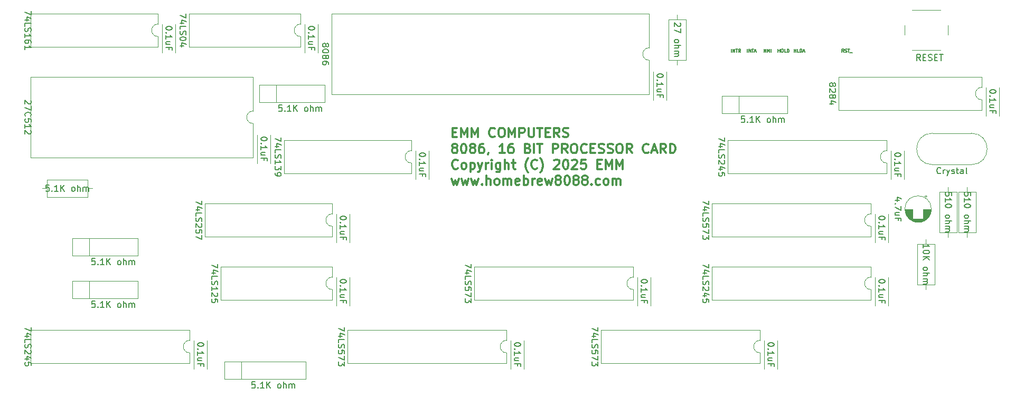
<source format=gbr>
G04 #@! TF.GenerationSoftware,KiCad,Pcbnew,(5.1.8)-1*
G04 #@! TF.CreationDate,2025-04-29T02:13:44-06:00*
G04 #@! TF.ProjectId,8086,38303836-2e6b-4696-9361-645f70636258,rev?*
G04 #@! TF.SameCoordinates,Original*
G04 #@! TF.FileFunction,Legend,Top*
G04 #@! TF.FilePolarity,Positive*
%FSLAX46Y46*%
G04 Gerber Fmt 4.6, Leading zero omitted, Abs format (unit mm)*
G04 Created by KiCad (PCBNEW (5.1.8)-1) date 2025-04-29 02:13:44*
%MOMM*%
%LPD*%
G01*
G04 APERTURE LIST*
%ADD10C,0.127000*%
%ADD11C,0.300000*%
%ADD12C,0.120000*%
%ADD13C,0.150000*%
G04 APERTURE END LIST*
D10*
X222024665Y-73610409D02*
X221855332Y-73368504D01*
X221734380Y-73610409D02*
X221734380Y-73102409D01*
X221927903Y-73102409D01*
X221976284Y-73126600D01*
X222000475Y-73150790D01*
X222024665Y-73199171D01*
X222024665Y-73271742D01*
X222000475Y-73320123D01*
X221976284Y-73344314D01*
X221927903Y-73368504D01*
X221734380Y-73368504D01*
X222218189Y-73586219D02*
X222290760Y-73610409D01*
X222411713Y-73610409D01*
X222460094Y-73586219D01*
X222484284Y-73562028D01*
X222508475Y-73513647D01*
X222508475Y-73465266D01*
X222484284Y-73416885D01*
X222460094Y-73392695D01*
X222411713Y-73368504D01*
X222314951Y-73344314D01*
X222266570Y-73320123D01*
X222242380Y-73295933D01*
X222218189Y-73247552D01*
X222218189Y-73199171D01*
X222242380Y-73150790D01*
X222266570Y-73126600D01*
X222314951Y-73102409D01*
X222435903Y-73102409D01*
X222508475Y-73126600D01*
X222653618Y-73102409D02*
X222943903Y-73102409D01*
X222798760Y-73610409D02*
X222798760Y-73102409D01*
X222992284Y-73658790D02*
X223379332Y-73658790D01*
X214053903Y-73610409D02*
X214053903Y-73102409D01*
X214053903Y-73344314D02*
X214344189Y-73344314D01*
X214344189Y-73610409D02*
X214344189Y-73102409D01*
X214827999Y-73610409D02*
X214586094Y-73610409D01*
X214586094Y-73102409D01*
X214997332Y-73610409D02*
X214997332Y-73102409D01*
X215118284Y-73102409D01*
X215190856Y-73126600D01*
X215239237Y-73174980D01*
X215263427Y-73223361D01*
X215287618Y-73320123D01*
X215287618Y-73392695D01*
X215263427Y-73489457D01*
X215239237Y-73537838D01*
X215190856Y-73586219D01*
X215118284Y-73610409D01*
X214997332Y-73610409D01*
X215481141Y-73465266D02*
X215723046Y-73465266D01*
X215432760Y-73610409D02*
X215602094Y-73102409D01*
X215771427Y-73610409D01*
X211465522Y-73610409D02*
X211465522Y-73102409D01*
X211465522Y-73344314D02*
X211755808Y-73344314D01*
X211755808Y-73610409D02*
X211755808Y-73102409D01*
X212094475Y-73102409D02*
X212191237Y-73102409D01*
X212239618Y-73126600D01*
X212287999Y-73174980D01*
X212312189Y-73271742D01*
X212312189Y-73441076D01*
X212287999Y-73537838D01*
X212239618Y-73586219D01*
X212191237Y-73610409D01*
X212094475Y-73610409D01*
X212046094Y-73586219D01*
X211997713Y-73537838D01*
X211973522Y-73441076D01*
X211973522Y-73271742D01*
X211997713Y-73174980D01*
X212046094Y-73126600D01*
X212094475Y-73102409D01*
X212771808Y-73610409D02*
X212529903Y-73610409D01*
X212529903Y-73102409D01*
X212941141Y-73610409D02*
X212941141Y-73102409D01*
X213062094Y-73102409D01*
X213134665Y-73126600D01*
X213183046Y-73174980D01*
X213207237Y-73223361D01*
X213231427Y-73320123D01*
X213231427Y-73392695D01*
X213207237Y-73489457D01*
X213183046Y-73537838D01*
X213134665Y-73586219D01*
X213062094Y-73610409D01*
X212941141Y-73610409D01*
X209239999Y-73610409D02*
X209239999Y-73102409D01*
X209530284Y-73610409D01*
X209530284Y-73102409D01*
X209772189Y-73610409D02*
X209772189Y-73102409D01*
X209941522Y-73465266D01*
X210110856Y-73102409D01*
X210110856Y-73610409D01*
X210352760Y-73610409D02*
X210352760Y-73102409D01*
X206579046Y-73610409D02*
X206579046Y-73102409D01*
X206820951Y-73610409D02*
X206820951Y-73102409D01*
X207111237Y-73610409D01*
X207111237Y-73102409D01*
X207280570Y-73102409D02*
X207570856Y-73102409D01*
X207425713Y-73610409D02*
X207425713Y-73102409D01*
X207715999Y-73465266D02*
X207957903Y-73465266D01*
X207667618Y-73610409D02*
X207836951Y-73102409D01*
X208006284Y-73610409D01*
X204002760Y-73610409D02*
X204002760Y-73102409D01*
X204244665Y-73610409D02*
X204244665Y-73102409D01*
X204534951Y-73610409D01*
X204534951Y-73102409D01*
X204704284Y-73102409D02*
X204994570Y-73102409D01*
X204849427Y-73610409D02*
X204849427Y-73102409D01*
X205454189Y-73610409D02*
X205284856Y-73368504D01*
X205163903Y-73610409D02*
X205163903Y-73102409D01*
X205357427Y-73102409D01*
X205405808Y-73126600D01*
X205429999Y-73150790D01*
X205454189Y-73199171D01*
X205454189Y-73271742D01*
X205429999Y-73320123D01*
X205405808Y-73344314D01*
X205357427Y-73368504D01*
X205163903Y-73368504D01*
D11*
X159294522Y-86466457D02*
X159794522Y-86466457D01*
X160008808Y-87252171D02*
X159294522Y-87252171D01*
X159294522Y-85752171D01*
X160008808Y-85752171D01*
X160651665Y-87252171D02*
X160651665Y-85752171D01*
X161151665Y-86823600D01*
X161651665Y-85752171D01*
X161651665Y-87252171D01*
X162365951Y-87252171D02*
X162365951Y-85752171D01*
X162865951Y-86823600D01*
X163365951Y-85752171D01*
X163365951Y-87252171D01*
X166080237Y-87109314D02*
X166008808Y-87180742D01*
X165794522Y-87252171D01*
X165651665Y-87252171D01*
X165437380Y-87180742D01*
X165294522Y-87037885D01*
X165223094Y-86895028D01*
X165151665Y-86609314D01*
X165151665Y-86395028D01*
X165223094Y-86109314D01*
X165294522Y-85966457D01*
X165437380Y-85823600D01*
X165651665Y-85752171D01*
X165794522Y-85752171D01*
X166008808Y-85823600D01*
X166080237Y-85895028D01*
X167008808Y-85752171D02*
X167294522Y-85752171D01*
X167437380Y-85823600D01*
X167580237Y-85966457D01*
X167651665Y-86252171D01*
X167651665Y-86752171D01*
X167580237Y-87037885D01*
X167437380Y-87180742D01*
X167294522Y-87252171D01*
X167008808Y-87252171D01*
X166865951Y-87180742D01*
X166723094Y-87037885D01*
X166651665Y-86752171D01*
X166651665Y-86252171D01*
X166723094Y-85966457D01*
X166865951Y-85823600D01*
X167008808Y-85752171D01*
X168294522Y-87252171D02*
X168294522Y-85752171D01*
X168794522Y-86823600D01*
X169294522Y-85752171D01*
X169294522Y-87252171D01*
X170008808Y-87252171D02*
X170008808Y-85752171D01*
X170580237Y-85752171D01*
X170723094Y-85823600D01*
X170794522Y-85895028D01*
X170865951Y-86037885D01*
X170865951Y-86252171D01*
X170794522Y-86395028D01*
X170723094Y-86466457D01*
X170580237Y-86537885D01*
X170008808Y-86537885D01*
X171508808Y-85752171D02*
X171508808Y-86966457D01*
X171580237Y-87109314D01*
X171651665Y-87180742D01*
X171794522Y-87252171D01*
X172080237Y-87252171D01*
X172223094Y-87180742D01*
X172294522Y-87109314D01*
X172365951Y-86966457D01*
X172365951Y-85752171D01*
X172865951Y-85752171D02*
X173723094Y-85752171D01*
X173294522Y-87252171D02*
X173294522Y-85752171D01*
X174223094Y-86466457D02*
X174723094Y-86466457D01*
X174937380Y-87252171D02*
X174223094Y-87252171D01*
X174223094Y-85752171D01*
X174937380Y-85752171D01*
X176437380Y-87252171D02*
X175937380Y-86537885D01*
X175580237Y-87252171D02*
X175580237Y-85752171D01*
X176151665Y-85752171D01*
X176294522Y-85823600D01*
X176365951Y-85895028D01*
X176437380Y-86037885D01*
X176437380Y-86252171D01*
X176365951Y-86395028D01*
X176294522Y-86466457D01*
X176151665Y-86537885D01*
X175580237Y-86537885D01*
X177008808Y-87180742D02*
X177223094Y-87252171D01*
X177580237Y-87252171D01*
X177723094Y-87180742D01*
X177794522Y-87109314D01*
X177865951Y-86966457D01*
X177865951Y-86823600D01*
X177794522Y-86680742D01*
X177723094Y-86609314D01*
X177580237Y-86537885D01*
X177294522Y-86466457D01*
X177151665Y-86395028D01*
X177080237Y-86323600D01*
X177008808Y-86180742D01*
X177008808Y-86037885D01*
X177080237Y-85895028D01*
X177151665Y-85823600D01*
X177294522Y-85752171D01*
X177651665Y-85752171D01*
X177865951Y-85823600D01*
X159508808Y-88945028D02*
X159365951Y-88873600D01*
X159294522Y-88802171D01*
X159223094Y-88659314D01*
X159223094Y-88587885D01*
X159294522Y-88445028D01*
X159365951Y-88373600D01*
X159508808Y-88302171D01*
X159794522Y-88302171D01*
X159937380Y-88373600D01*
X160008808Y-88445028D01*
X160080237Y-88587885D01*
X160080237Y-88659314D01*
X160008808Y-88802171D01*
X159937380Y-88873600D01*
X159794522Y-88945028D01*
X159508808Y-88945028D01*
X159365951Y-89016457D01*
X159294522Y-89087885D01*
X159223094Y-89230742D01*
X159223094Y-89516457D01*
X159294522Y-89659314D01*
X159365951Y-89730742D01*
X159508808Y-89802171D01*
X159794522Y-89802171D01*
X159937380Y-89730742D01*
X160008808Y-89659314D01*
X160080237Y-89516457D01*
X160080237Y-89230742D01*
X160008808Y-89087885D01*
X159937380Y-89016457D01*
X159794522Y-88945028D01*
X161008808Y-88302171D02*
X161151665Y-88302171D01*
X161294522Y-88373600D01*
X161365951Y-88445028D01*
X161437380Y-88587885D01*
X161508808Y-88873600D01*
X161508808Y-89230742D01*
X161437380Y-89516457D01*
X161365951Y-89659314D01*
X161294522Y-89730742D01*
X161151665Y-89802171D01*
X161008808Y-89802171D01*
X160865951Y-89730742D01*
X160794522Y-89659314D01*
X160723094Y-89516457D01*
X160651665Y-89230742D01*
X160651665Y-88873600D01*
X160723094Y-88587885D01*
X160794522Y-88445028D01*
X160865951Y-88373600D01*
X161008808Y-88302171D01*
X162365951Y-88945028D02*
X162223094Y-88873600D01*
X162151665Y-88802171D01*
X162080237Y-88659314D01*
X162080237Y-88587885D01*
X162151665Y-88445028D01*
X162223094Y-88373600D01*
X162365951Y-88302171D01*
X162651665Y-88302171D01*
X162794522Y-88373600D01*
X162865951Y-88445028D01*
X162937380Y-88587885D01*
X162937380Y-88659314D01*
X162865951Y-88802171D01*
X162794522Y-88873600D01*
X162651665Y-88945028D01*
X162365951Y-88945028D01*
X162223094Y-89016457D01*
X162151665Y-89087885D01*
X162080237Y-89230742D01*
X162080237Y-89516457D01*
X162151665Y-89659314D01*
X162223094Y-89730742D01*
X162365951Y-89802171D01*
X162651665Y-89802171D01*
X162794522Y-89730742D01*
X162865951Y-89659314D01*
X162937380Y-89516457D01*
X162937380Y-89230742D01*
X162865951Y-89087885D01*
X162794522Y-89016457D01*
X162651665Y-88945028D01*
X164223094Y-88302171D02*
X163937380Y-88302171D01*
X163794522Y-88373600D01*
X163723094Y-88445028D01*
X163580237Y-88659314D01*
X163508808Y-88945028D01*
X163508808Y-89516457D01*
X163580237Y-89659314D01*
X163651665Y-89730742D01*
X163794522Y-89802171D01*
X164080237Y-89802171D01*
X164223094Y-89730742D01*
X164294522Y-89659314D01*
X164365951Y-89516457D01*
X164365951Y-89159314D01*
X164294522Y-89016457D01*
X164223094Y-88945028D01*
X164080237Y-88873600D01*
X163794522Y-88873600D01*
X163651665Y-88945028D01*
X163580237Y-89016457D01*
X163508808Y-89159314D01*
X165080237Y-89730742D02*
X165080237Y-89802171D01*
X165008808Y-89945028D01*
X164937380Y-90016457D01*
X167651665Y-89802171D02*
X166794522Y-89802171D01*
X167223094Y-89802171D02*
X167223094Y-88302171D01*
X167080237Y-88516457D01*
X166937380Y-88659314D01*
X166794522Y-88730742D01*
X168937380Y-88302171D02*
X168651665Y-88302171D01*
X168508808Y-88373600D01*
X168437380Y-88445028D01*
X168294522Y-88659314D01*
X168223094Y-88945028D01*
X168223094Y-89516457D01*
X168294522Y-89659314D01*
X168365951Y-89730742D01*
X168508808Y-89802171D01*
X168794522Y-89802171D01*
X168937380Y-89730742D01*
X169008808Y-89659314D01*
X169080237Y-89516457D01*
X169080237Y-89159314D01*
X169008808Y-89016457D01*
X168937380Y-88945028D01*
X168794522Y-88873600D01*
X168508808Y-88873600D01*
X168365951Y-88945028D01*
X168294522Y-89016457D01*
X168223094Y-89159314D01*
X171365951Y-89016457D02*
X171580237Y-89087885D01*
X171651665Y-89159314D01*
X171723094Y-89302171D01*
X171723094Y-89516457D01*
X171651665Y-89659314D01*
X171580237Y-89730742D01*
X171437380Y-89802171D01*
X170865951Y-89802171D01*
X170865951Y-88302171D01*
X171365951Y-88302171D01*
X171508808Y-88373600D01*
X171580237Y-88445028D01*
X171651665Y-88587885D01*
X171651665Y-88730742D01*
X171580237Y-88873600D01*
X171508808Y-88945028D01*
X171365951Y-89016457D01*
X170865951Y-89016457D01*
X172365951Y-89802171D02*
X172365951Y-88302171D01*
X172865951Y-88302171D02*
X173723094Y-88302171D01*
X173294522Y-89802171D02*
X173294522Y-88302171D01*
X175365951Y-89802171D02*
X175365951Y-88302171D01*
X175937380Y-88302171D01*
X176080237Y-88373600D01*
X176151665Y-88445028D01*
X176223094Y-88587885D01*
X176223094Y-88802171D01*
X176151665Y-88945028D01*
X176080237Y-89016457D01*
X175937380Y-89087885D01*
X175365951Y-89087885D01*
X177723094Y-89802171D02*
X177223094Y-89087885D01*
X176865951Y-89802171D02*
X176865951Y-88302171D01*
X177437380Y-88302171D01*
X177580237Y-88373600D01*
X177651665Y-88445028D01*
X177723094Y-88587885D01*
X177723094Y-88802171D01*
X177651665Y-88945028D01*
X177580237Y-89016457D01*
X177437380Y-89087885D01*
X176865951Y-89087885D01*
X178651665Y-88302171D02*
X178937380Y-88302171D01*
X179080237Y-88373600D01*
X179223094Y-88516457D01*
X179294522Y-88802171D01*
X179294522Y-89302171D01*
X179223094Y-89587885D01*
X179080237Y-89730742D01*
X178937380Y-89802171D01*
X178651665Y-89802171D01*
X178508808Y-89730742D01*
X178365951Y-89587885D01*
X178294522Y-89302171D01*
X178294522Y-88802171D01*
X178365951Y-88516457D01*
X178508808Y-88373600D01*
X178651665Y-88302171D01*
X180794522Y-89659314D02*
X180723094Y-89730742D01*
X180508808Y-89802171D01*
X180365951Y-89802171D01*
X180151665Y-89730742D01*
X180008808Y-89587885D01*
X179937380Y-89445028D01*
X179865951Y-89159314D01*
X179865951Y-88945028D01*
X179937380Y-88659314D01*
X180008808Y-88516457D01*
X180151665Y-88373600D01*
X180365951Y-88302171D01*
X180508808Y-88302171D01*
X180723094Y-88373600D01*
X180794522Y-88445028D01*
X181437380Y-89016457D02*
X181937380Y-89016457D01*
X182151665Y-89802171D02*
X181437380Y-89802171D01*
X181437380Y-88302171D01*
X182151665Y-88302171D01*
X182723094Y-89730742D02*
X182937380Y-89802171D01*
X183294522Y-89802171D01*
X183437380Y-89730742D01*
X183508808Y-89659314D01*
X183580237Y-89516457D01*
X183580237Y-89373600D01*
X183508808Y-89230742D01*
X183437380Y-89159314D01*
X183294522Y-89087885D01*
X183008808Y-89016457D01*
X182865951Y-88945028D01*
X182794522Y-88873600D01*
X182723094Y-88730742D01*
X182723094Y-88587885D01*
X182794522Y-88445028D01*
X182865951Y-88373600D01*
X183008808Y-88302171D01*
X183365951Y-88302171D01*
X183580237Y-88373600D01*
X184151665Y-89730742D02*
X184365951Y-89802171D01*
X184723094Y-89802171D01*
X184865951Y-89730742D01*
X184937380Y-89659314D01*
X185008808Y-89516457D01*
X185008808Y-89373600D01*
X184937380Y-89230742D01*
X184865951Y-89159314D01*
X184723094Y-89087885D01*
X184437380Y-89016457D01*
X184294522Y-88945028D01*
X184223094Y-88873600D01*
X184151665Y-88730742D01*
X184151665Y-88587885D01*
X184223094Y-88445028D01*
X184294522Y-88373600D01*
X184437380Y-88302171D01*
X184794522Y-88302171D01*
X185008808Y-88373600D01*
X185937380Y-88302171D02*
X186223094Y-88302171D01*
X186365951Y-88373600D01*
X186508808Y-88516457D01*
X186580237Y-88802171D01*
X186580237Y-89302171D01*
X186508808Y-89587885D01*
X186365951Y-89730742D01*
X186223094Y-89802171D01*
X185937380Y-89802171D01*
X185794522Y-89730742D01*
X185651665Y-89587885D01*
X185580237Y-89302171D01*
X185580237Y-88802171D01*
X185651665Y-88516457D01*
X185794522Y-88373600D01*
X185937380Y-88302171D01*
X188080237Y-89802171D02*
X187580237Y-89087885D01*
X187223094Y-89802171D02*
X187223094Y-88302171D01*
X187794522Y-88302171D01*
X187937380Y-88373600D01*
X188008808Y-88445028D01*
X188080237Y-88587885D01*
X188080237Y-88802171D01*
X188008808Y-88945028D01*
X187937380Y-89016457D01*
X187794522Y-89087885D01*
X187223094Y-89087885D01*
X190723094Y-89659314D02*
X190651665Y-89730742D01*
X190437380Y-89802171D01*
X190294522Y-89802171D01*
X190080237Y-89730742D01*
X189937380Y-89587885D01*
X189865951Y-89445028D01*
X189794522Y-89159314D01*
X189794522Y-88945028D01*
X189865951Y-88659314D01*
X189937380Y-88516457D01*
X190080237Y-88373600D01*
X190294522Y-88302171D01*
X190437380Y-88302171D01*
X190651665Y-88373600D01*
X190723094Y-88445028D01*
X191294522Y-89373600D02*
X192008808Y-89373600D01*
X191151665Y-89802171D02*
X191651665Y-88302171D01*
X192151665Y-89802171D01*
X193508808Y-89802171D02*
X193008808Y-89087885D01*
X192651665Y-89802171D02*
X192651665Y-88302171D01*
X193223094Y-88302171D01*
X193365951Y-88373600D01*
X193437380Y-88445028D01*
X193508808Y-88587885D01*
X193508808Y-88802171D01*
X193437380Y-88945028D01*
X193365951Y-89016457D01*
X193223094Y-89087885D01*
X192651665Y-89087885D01*
X194151665Y-89802171D02*
X194151665Y-88302171D01*
X194508808Y-88302171D01*
X194723094Y-88373600D01*
X194865951Y-88516457D01*
X194937380Y-88659314D01*
X195008808Y-88945028D01*
X195008808Y-89159314D01*
X194937380Y-89445028D01*
X194865951Y-89587885D01*
X194723094Y-89730742D01*
X194508808Y-89802171D01*
X194151665Y-89802171D01*
X160151665Y-92209314D02*
X160080237Y-92280742D01*
X159865951Y-92352171D01*
X159723094Y-92352171D01*
X159508808Y-92280742D01*
X159365951Y-92137885D01*
X159294522Y-91995028D01*
X159223094Y-91709314D01*
X159223094Y-91495028D01*
X159294522Y-91209314D01*
X159365951Y-91066457D01*
X159508808Y-90923600D01*
X159723094Y-90852171D01*
X159865951Y-90852171D01*
X160080237Y-90923600D01*
X160151665Y-90995028D01*
X161008808Y-92352171D02*
X160865951Y-92280742D01*
X160794522Y-92209314D01*
X160723094Y-92066457D01*
X160723094Y-91637885D01*
X160794522Y-91495028D01*
X160865951Y-91423600D01*
X161008808Y-91352171D01*
X161223094Y-91352171D01*
X161365951Y-91423600D01*
X161437380Y-91495028D01*
X161508808Y-91637885D01*
X161508808Y-92066457D01*
X161437380Y-92209314D01*
X161365951Y-92280742D01*
X161223094Y-92352171D01*
X161008808Y-92352171D01*
X162151665Y-91352171D02*
X162151665Y-92852171D01*
X162151665Y-91423600D02*
X162294522Y-91352171D01*
X162580237Y-91352171D01*
X162723094Y-91423600D01*
X162794522Y-91495028D01*
X162865951Y-91637885D01*
X162865951Y-92066457D01*
X162794522Y-92209314D01*
X162723094Y-92280742D01*
X162580237Y-92352171D01*
X162294522Y-92352171D01*
X162151665Y-92280742D01*
X163365951Y-91352171D02*
X163723094Y-92352171D01*
X164080237Y-91352171D02*
X163723094Y-92352171D01*
X163580237Y-92709314D01*
X163508808Y-92780742D01*
X163365951Y-92852171D01*
X164651665Y-92352171D02*
X164651665Y-91352171D01*
X164651665Y-91637885D02*
X164723094Y-91495028D01*
X164794522Y-91423600D01*
X164937380Y-91352171D01*
X165080237Y-91352171D01*
X165580237Y-92352171D02*
X165580237Y-91352171D01*
X165580237Y-90852171D02*
X165508808Y-90923600D01*
X165580237Y-90995028D01*
X165651665Y-90923600D01*
X165580237Y-90852171D01*
X165580237Y-90995028D01*
X166937380Y-91352171D02*
X166937380Y-92566457D01*
X166865951Y-92709314D01*
X166794522Y-92780742D01*
X166651665Y-92852171D01*
X166437380Y-92852171D01*
X166294522Y-92780742D01*
X166937380Y-92280742D02*
X166794522Y-92352171D01*
X166508808Y-92352171D01*
X166365951Y-92280742D01*
X166294522Y-92209314D01*
X166223094Y-92066457D01*
X166223094Y-91637885D01*
X166294522Y-91495028D01*
X166365951Y-91423600D01*
X166508808Y-91352171D01*
X166794522Y-91352171D01*
X166937380Y-91423600D01*
X167651665Y-92352171D02*
X167651665Y-90852171D01*
X168294522Y-92352171D02*
X168294522Y-91566457D01*
X168223094Y-91423600D01*
X168080237Y-91352171D01*
X167865951Y-91352171D01*
X167723094Y-91423600D01*
X167651665Y-91495028D01*
X168794522Y-91352171D02*
X169365951Y-91352171D01*
X169008808Y-90852171D02*
X169008808Y-92137885D01*
X169080237Y-92280742D01*
X169223094Y-92352171D01*
X169365951Y-92352171D01*
X171437380Y-92923600D02*
X171365951Y-92852171D01*
X171223094Y-92637885D01*
X171151665Y-92495028D01*
X171080237Y-92280742D01*
X171008808Y-91923600D01*
X171008808Y-91637885D01*
X171080237Y-91280742D01*
X171151665Y-91066457D01*
X171223094Y-90923600D01*
X171365951Y-90709314D01*
X171437380Y-90637885D01*
X172865951Y-92209314D02*
X172794522Y-92280742D01*
X172580237Y-92352171D01*
X172437380Y-92352171D01*
X172223094Y-92280742D01*
X172080237Y-92137885D01*
X172008808Y-91995028D01*
X171937380Y-91709314D01*
X171937380Y-91495028D01*
X172008808Y-91209314D01*
X172080237Y-91066457D01*
X172223094Y-90923600D01*
X172437380Y-90852171D01*
X172580237Y-90852171D01*
X172794522Y-90923600D01*
X172865951Y-90995028D01*
X173365951Y-92923600D02*
X173437380Y-92852171D01*
X173580237Y-92637885D01*
X173651665Y-92495028D01*
X173723094Y-92280742D01*
X173794522Y-91923600D01*
X173794522Y-91637885D01*
X173723094Y-91280742D01*
X173651665Y-91066457D01*
X173580237Y-90923600D01*
X173437380Y-90709314D01*
X173365951Y-90637885D01*
X175580237Y-90995028D02*
X175651665Y-90923600D01*
X175794522Y-90852171D01*
X176151665Y-90852171D01*
X176294522Y-90923600D01*
X176365951Y-90995028D01*
X176437380Y-91137885D01*
X176437380Y-91280742D01*
X176365951Y-91495028D01*
X175508808Y-92352171D01*
X176437380Y-92352171D01*
X177365951Y-90852171D02*
X177508808Y-90852171D01*
X177651665Y-90923600D01*
X177723094Y-90995028D01*
X177794522Y-91137885D01*
X177865951Y-91423600D01*
X177865951Y-91780742D01*
X177794522Y-92066457D01*
X177723094Y-92209314D01*
X177651665Y-92280742D01*
X177508808Y-92352171D01*
X177365951Y-92352171D01*
X177223094Y-92280742D01*
X177151665Y-92209314D01*
X177080237Y-92066457D01*
X177008808Y-91780742D01*
X177008808Y-91423600D01*
X177080237Y-91137885D01*
X177151665Y-90995028D01*
X177223094Y-90923600D01*
X177365951Y-90852171D01*
X178437380Y-90995028D02*
X178508808Y-90923600D01*
X178651665Y-90852171D01*
X179008808Y-90852171D01*
X179151665Y-90923600D01*
X179223094Y-90995028D01*
X179294522Y-91137885D01*
X179294522Y-91280742D01*
X179223094Y-91495028D01*
X178365951Y-92352171D01*
X179294522Y-92352171D01*
X180651665Y-90852171D02*
X179937380Y-90852171D01*
X179865951Y-91566457D01*
X179937380Y-91495028D01*
X180080237Y-91423600D01*
X180437380Y-91423600D01*
X180580237Y-91495028D01*
X180651665Y-91566457D01*
X180723094Y-91709314D01*
X180723094Y-92066457D01*
X180651665Y-92209314D01*
X180580237Y-92280742D01*
X180437380Y-92352171D01*
X180080237Y-92352171D01*
X179937380Y-92280742D01*
X179865951Y-92209314D01*
X182508808Y-91566457D02*
X183008808Y-91566457D01*
X183223094Y-92352171D02*
X182508808Y-92352171D01*
X182508808Y-90852171D01*
X183223094Y-90852171D01*
X183865951Y-92352171D02*
X183865951Y-90852171D01*
X184365951Y-91923600D01*
X184865951Y-90852171D01*
X184865951Y-92352171D01*
X185580237Y-92352171D02*
X185580237Y-90852171D01*
X186080237Y-91923600D01*
X186580237Y-90852171D01*
X186580237Y-92352171D01*
X159151665Y-93902171D02*
X159437380Y-94902171D01*
X159723094Y-94187885D01*
X160008808Y-94902171D01*
X160294522Y-93902171D01*
X160723094Y-93902171D02*
X161008808Y-94902171D01*
X161294522Y-94187885D01*
X161580237Y-94902171D01*
X161865951Y-93902171D01*
X162294522Y-93902171D02*
X162580237Y-94902171D01*
X162865951Y-94187885D01*
X163151665Y-94902171D01*
X163437380Y-93902171D01*
X164008808Y-94759314D02*
X164080237Y-94830742D01*
X164008808Y-94902171D01*
X163937380Y-94830742D01*
X164008808Y-94759314D01*
X164008808Y-94902171D01*
X164723094Y-94902171D02*
X164723094Y-93402171D01*
X165365951Y-94902171D02*
X165365951Y-94116457D01*
X165294522Y-93973600D01*
X165151665Y-93902171D01*
X164937380Y-93902171D01*
X164794522Y-93973600D01*
X164723094Y-94045028D01*
X166294522Y-94902171D02*
X166151665Y-94830742D01*
X166080237Y-94759314D01*
X166008808Y-94616457D01*
X166008808Y-94187885D01*
X166080237Y-94045028D01*
X166151665Y-93973600D01*
X166294522Y-93902171D01*
X166508808Y-93902171D01*
X166651665Y-93973600D01*
X166723094Y-94045028D01*
X166794522Y-94187885D01*
X166794522Y-94616457D01*
X166723094Y-94759314D01*
X166651665Y-94830742D01*
X166508808Y-94902171D01*
X166294522Y-94902171D01*
X167437380Y-94902171D02*
X167437380Y-93902171D01*
X167437380Y-94045028D02*
X167508808Y-93973600D01*
X167651665Y-93902171D01*
X167865951Y-93902171D01*
X168008808Y-93973600D01*
X168080237Y-94116457D01*
X168080237Y-94902171D01*
X168080237Y-94116457D02*
X168151665Y-93973600D01*
X168294522Y-93902171D01*
X168508808Y-93902171D01*
X168651665Y-93973600D01*
X168723094Y-94116457D01*
X168723094Y-94902171D01*
X170008808Y-94830742D02*
X169865951Y-94902171D01*
X169580237Y-94902171D01*
X169437380Y-94830742D01*
X169365951Y-94687885D01*
X169365951Y-94116457D01*
X169437380Y-93973600D01*
X169580237Y-93902171D01*
X169865951Y-93902171D01*
X170008808Y-93973600D01*
X170080237Y-94116457D01*
X170080237Y-94259314D01*
X169365951Y-94402171D01*
X170723094Y-94902171D02*
X170723094Y-93402171D01*
X170723094Y-93973600D02*
X170865951Y-93902171D01*
X171151665Y-93902171D01*
X171294522Y-93973600D01*
X171365951Y-94045028D01*
X171437380Y-94187885D01*
X171437380Y-94616457D01*
X171365951Y-94759314D01*
X171294522Y-94830742D01*
X171151665Y-94902171D01*
X170865951Y-94902171D01*
X170723094Y-94830742D01*
X172080237Y-94902171D02*
X172080237Y-93902171D01*
X172080237Y-94187885D02*
X172151665Y-94045028D01*
X172223094Y-93973600D01*
X172365951Y-93902171D01*
X172508808Y-93902171D01*
X173580237Y-94830742D02*
X173437380Y-94902171D01*
X173151665Y-94902171D01*
X173008808Y-94830742D01*
X172937380Y-94687885D01*
X172937380Y-94116457D01*
X173008808Y-93973600D01*
X173151665Y-93902171D01*
X173437380Y-93902171D01*
X173580237Y-93973600D01*
X173651665Y-94116457D01*
X173651665Y-94259314D01*
X172937380Y-94402171D01*
X174151665Y-93902171D02*
X174437380Y-94902171D01*
X174723094Y-94187885D01*
X175008808Y-94902171D01*
X175294522Y-93902171D01*
X176080237Y-94045028D02*
X175937380Y-93973600D01*
X175865951Y-93902171D01*
X175794522Y-93759314D01*
X175794522Y-93687885D01*
X175865951Y-93545028D01*
X175937380Y-93473600D01*
X176080237Y-93402171D01*
X176365951Y-93402171D01*
X176508808Y-93473600D01*
X176580237Y-93545028D01*
X176651665Y-93687885D01*
X176651665Y-93759314D01*
X176580237Y-93902171D01*
X176508808Y-93973600D01*
X176365951Y-94045028D01*
X176080237Y-94045028D01*
X175937380Y-94116457D01*
X175865951Y-94187885D01*
X175794522Y-94330742D01*
X175794522Y-94616457D01*
X175865951Y-94759314D01*
X175937380Y-94830742D01*
X176080237Y-94902171D01*
X176365951Y-94902171D01*
X176508808Y-94830742D01*
X176580237Y-94759314D01*
X176651665Y-94616457D01*
X176651665Y-94330742D01*
X176580237Y-94187885D01*
X176508808Y-94116457D01*
X176365951Y-94045028D01*
X177580237Y-93402171D02*
X177723094Y-93402171D01*
X177865951Y-93473600D01*
X177937380Y-93545028D01*
X178008808Y-93687885D01*
X178080237Y-93973600D01*
X178080237Y-94330742D01*
X178008808Y-94616457D01*
X177937380Y-94759314D01*
X177865951Y-94830742D01*
X177723094Y-94902171D01*
X177580237Y-94902171D01*
X177437380Y-94830742D01*
X177365951Y-94759314D01*
X177294522Y-94616457D01*
X177223094Y-94330742D01*
X177223094Y-93973600D01*
X177294522Y-93687885D01*
X177365951Y-93545028D01*
X177437380Y-93473600D01*
X177580237Y-93402171D01*
X178937380Y-94045028D02*
X178794522Y-93973600D01*
X178723094Y-93902171D01*
X178651665Y-93759314D01*
X178651665Y-93687885D01*
X178723094Y-93545028D01*
X178794522Y-93473600D01*
X178937380Y-93402171D01*
X179223094Y-93402171D01*
X179365951Y-93473600D01*
X179437380Y-93545028D01*
X179508808Y-93687885D01*
X179508808Y-93759314D01*
X179437380Y-93902171D01*
X179365951Y-93973600D01*
X179223094Y-94045028D01*
X178937380Y-94045028D01*
X178794522Y-94116457D01*
X178723094Y-94187885D01*
X178651665Y-94330742D01*
X178651665Y-94616457D01*
X178723094Y-94759314D01*
X178794522Y-94830742D01*
X178937380Y-94902171D01*
X179223094Y-94902171D01*
X179365951Y-94830742D01*
X179437380Y-94759314D01*
X179508808Y-94616457D01*
X179508808Y-94330742D01*
X179437380Y-94187885D01*
X179365951Y-94116457D01*
X179223094Y-94045028D01*
X180365951Y-94045028D02*
X180223094Y-93973600D01*
X180151665Y-93902171D01*
X180080237Y-93759314D01*
X180080237Y-93687885D01*
X180151665Y-93545028D01*
X180223094Y-93473600D01*
X180365951Y-93402171D01*
X180651665Y-93402171D01*
X180794522Y-93473600D01*
X180865951Y-93545028D01*
X180937380Y-93687885D01*
X180937380Y-93759314D01*
X180865951Y-93902171D01*
X180794522Y-93973600D01*
X180651665Y-94045028D01*
X180365951Y-94045028D01*
X180223094Y-94116457D01*
X180151665Y-94187885D01*
X180080237Y-94330742D01*
X180080237Y-94616457D01*
X180151665Y-94759314D01*
X180223094Y-94830742D01*
X180365951Y-94902171D01*
X180651665Y-94902171D01*
X180794522Y-94830742D01*
X180865951Y-94759314D01*
X180937380Y-94616457D01*
X180937380Y-94330742D01*
X180865951Y-94187885D01*
X180794522Y-94116457D01*
X180651665Y-94045028D01*
X181580237Y-94759314D02*
X181651665Y-94830742D01*
X181580237Y-94902171D01*
X181508808Y-94830742D01*
X181580237Y-94759314D01*
X181580237Y-94902171D01*
X182937380Y-94830742D02*
X182794522Y-94902171D01*
X182508808Y-94902171D01*
X182365951Y-94830742D01*
X182294522Y-94759314D01*
X182223094Y-94616457D01*
X182223094Y-94187885D01*
X182294522Y-94045028D01*
X182365951Y-93973600D01*
X182508808Y-93902171D01*
X182794522Y-93902171D01*
X182937380Y-93973600D01*
X183794522Y-94902171D02*
X183651665Y-94830742D01*
X183580237Y-94759314D01*
X183508808Y-94616457D01*
X183508808Y-94187885D01*
X183580237Y-94045028D01*
X183651665Y-93973600D01*
X183794522Y-93902171D01*
X184008808Y-93902171D01*
X184151665Y-93973600D01*
X184223094Y-94045028D01*
X184294522Y-94187885D01*
X184294522Y-94616457D01*
X184223094Y-94759314D01*
X184151665Y-94830742D01*
X184008808Y-94902171D01*
X183794522Y-94902171D01*
X184937380Y-94902171D02*
X184937380Y-93902171D01*
X184937380Y-94045028D02*
X185008808Y-93973600D01*
X185151665Y-93902171D01*
X185365951Y-93902171D01*
X185508808Y-93973600D01*
X185580237Y-94116457D01*
X185580237Y-94902171D01*
X185580237Y-94116457D02*
X185651665Y-93973600D01*
X185794522Y-93902171D01*
X186008808Y-93902171D01*
X186151665Y-93973600D01*
X186223094Y-94116457D01*
X186223094Y-94902171D01*
D12*
G04 #@! TO.C,RN5*
X101084380Y-103476600D02*
X101084380Y-106276600D01*
X108874380Y-103476600D02*
X98374380Y-103476600D01*
X108874380Y-106276600D02*
X108874380Y-103476600D01*
X98374380Y-106276600D02*
X108874380Y-106276600D01*
X98374380Y-103476600D02*
X98374380Y-106276600D01*
G04 #@! TO.C,R6*
X101568380Y-95478600D02*
X100798380Y-95478600D01*
X93488380Y-95478600D02*
X94258380Y-95478600D01*
X100798380Y-94108600D02*
X94258380Y-94108600D01*
X100798380Y-96848600D02*
X100798380Y-94108600D01*
X94258380Y-96848600D02*
X100798380Y-96848600D01*
X94258380Y-94108600D02*
X94258380Y-96848600D01*
G04 #@! TO.C,R5*
X235196380Y-111710600D02*
X235196380Y-110940600D01*
X235196380Y-103630600D02*
X235196380Y-104400600D01*
X236566380Y-110940600D02*
X236566380Y-104400600D01*
X233826380Y-110940600D02*
X236566380Y-110940600D01*
X233826380Y-104400600D02*
X233826380Y-110940600D01*
X236566380Y-104400600D02*
X233826380Y-104400600D01*
G04 #@! TO.C,RN4*
X202514380Y-80616600D02*
X202514380Y-83416600D01*
X202514380Y-83416600D02*
X213014380Y-83416600D01*
X213014380Y-83416600D02*
X213014380Y-80616600D01*
X213014380Y-80616600D02*
X202514380Y-80616600D01*
X205224380Y-80616600D02*
X205224380Y-83416600D01*
G04 #@! TO.C,RN3*
X128346380Y-78838600D02*
X128346380Y-81638600D01*
X128346380Y-81638600D02*
X138846380Y-81638600D01*
X138846380Y-81638600D02*
X138846380Y-78838600D01*
X138846380Y-78838600D02*
X128346380Y-78838600D01*
X131056380Y-78838600D02*
X131056380Y-81638600D01*
G04 #@! TO.C,RN1*
X98374380Y-110334600D02*
X98374380Y-113134600D01*
X98374380Y-113134600D02*
X108874380Y-113134600D01*
X108874380Y-113134600D02*
X108874380Y-110334600D01*
X108874380Y-110334600D02*
X98374380Y-110334600D01*
X101084380Y-110334600D02*
X101084380Y-113134600D01*
G04 #@! TO.C,RN2*
X122758380Y-123288600D02*
X122758380Y-126088600D01*
X122758380Y-126088600D02*
X135798380Y-126088600D01*
X135798380Y-126088600D02*
X135798380Y-123288600D01*
X135798380Y-123288600D02*
X122758380Y-123288600D01*
X125468380Y-123288600D02*
X125468380Y-126088600D01*
G04 #@! TO.C,C12*
X135589380Y-73658600D02*
X135574380Y-73658600D01*
X137714380Y-73658600D02*
X137699380Y-73658600D01*
X135589380Y-69118600D02*
X135574380Y-69118600D01*
X137714380Y-69118600D02*
X137699380Y-69118600D01*
X135574380Y-69118600D02*
X135574380Y-73658600D01*
X137714380Y-69118600D02*
X137714380Y-73658600D01*
G04 #@! TO.C,C16*
X153369380Y-93978600D02*
X153354380Y-93978600D01*
X155494380Y-93978600D02*
X155479380Y-93978600D01*
X153369380Y-89438600D02*
X153354380Y-89438600D01*
X155494380Y-89438600D02*
X155479380Y-89438600D01*
X153354380Y-89438600D02*
X153354380Y-93978600D01*
X155494380Y-89438600D02*
X155494380Y-93978600D01*
G04 #@! TO.C,R4*
X241800380Y-95248600D02*
X241800380Y-96018600D01*
X241800380Y-103328600D02*
X241800380Y-102558600D01*
X240430380Y-96018600D02*
X240430380Y-102558600D01*
X243170380Y-96018600D02*
X240430380Y-96018600D01*
X243170380Y-102558600D02*
X243170380Y-96018600D01*
X240430380Y-102558600D02*
X243170380Y-102558600D01*
G04 #@! TO.C,R3*
X238752380Y-95248600D02*
X238752380Y-96018600D01*
X238752380Y-103328600D02*
X238752380Y-102558600D01*
X237382380Y-96018600D02*
X237382380Y-102558600D01*
X240122380Y-96018600D02*
X237382380Y-96018600D01*
X240122380Y-102558600D02*
X240122380Y-96018600D01*
X237382380Y-102558600D02*
X240122380Y-102558600D01*
G04 #@! TO.C,C18*
X127969380Y-91438600D02*
X127954380Y-91438600D01*
X130094380Y-91438600D02*
X130079380Y-91438600D01*
X127969380Y-86898600D02*
X127954380Y-86898600D01*
X130094380Y-86898600D02*
X130079380Y-86898600D01*
X127954380Y-86898600D02*
X127954380Y-91438600D01*
X130094380Y-86898600D02*
X130094380Y-91438600D01*
G04 #@! TO.C,SW1*
X238748380Y-70792600D02*
X238748380Y-69292600D01*
X237498380Y-66792600D02*
X232998380Y-66792600D01*
X231748380Y-69292600D02*
X231748380Y-70792600D01*
X232998380Y-73292600D02*
X237498380Y-73292600D01*
G04 #@! TO.C,C25*
X235321380Y-96722799D02*
X234921380Y-96722799D01*
X235121380Y-96522799D02*
X235121380Y-96922799D01*
X234296380Y-100873600D02*
X233556380Y-100873600D01*
X234463380Y-100833600D02*
X233389380Y-100833600D01*
X234590380Y-100793600D02*
X233262380Y-100793600D01*
X234694380Y-100753600D02*
X233158380Y-100753600D01*
X234785380Y-100713600D02*
X233067380Y-100713600D01*
X234866380Y-100673600D02*
X232986380Y-100673600D01*
X234939380Y-100633600D02*
X232913380Y-100633600D01*
X235006380Y-100593600D02*
X232846380Y-100593600D01*
X235068380Y-100553600D02*
X232784380Y-100553600D01*
X235126380Y-100513600D02*
X232726380Y-100513600D01*
X235180380Y-100473600D02*
X232672380Y-100473600D01*
X235230380Y-100433600D02*
X232622380Y-100433600D01*
X235277380Y-100393600D02*
X232575380Y-100393600D01*
X233086380Y-100353600D02*
X232530380Y-100353600D01*
X235322380Y-100353600D02*
X234766380Y-100353600D01*
X233086380Y-100313600D02*
X232488380Y-100313600D01*
X235364380Y-100313600D02*
X234766380Y-100313600D01*
X233086380Y-100273600D02*
X232448380Y-100273600D01*
X235404380Y-100273600D02*
X234766380Y-100273600D01*
X233086380Y-100233600D02*
X232410380Y-100233600D01*
X235442380Y-100233600D02*
X234766380Y-100233600D01*
X233086380Y-100193600D02*
X232374380Y-100193600D01*
X235478380Y-100193600D02*
X234766380Y-100193600D01*
X233086380Y-100153600D02*
X232339380Y-100153600D01*
X235513380Y-100153600D02*
X234766380Y-100153600D01*
X233086380Y-100113600D02*
X232307380Y-100113600D01*
X235545380Y-100113600D02*
X234766380Y-100113600D01*
X233086380Y-100073600D02*
X232276380Y-100073600D01*
X235576380Y-100073600D02*
X234766380Y-100073600D01*
X233086380Y-100033600D02*
X232246380Y-100033600D01*
X235606380Y-100033600D02*
X234766380Y-100033600D01*
X233086380Y-99993600D02*
X232218380Y-99993600D01*
X235634380Y-99993600D02*
X234766380Y-99993600D01*
X233086380Y-99953600D02*
X232191380Y-99953600D01*
X235661380Y-99953600D02*
X234766380Y-99953600D01*
X233086380Y-99913600D02*
X232166380Y-99913600D01*
X235686380Y-99913600D02*
X234766380Y-99913600D01*
X233086380Y-99873600D02*
X232141380Y-99873600D01*
X235711380Y-99873600D02*
X234766380Y-99873600D01*
X233086380Y-99833600D02*
X232118380Y-99833600D01*
X235734380Y-99833600D02*
X234766380Y-99833600D01*
X233086380Y-99793600D02*
X232096380Y-99793600D01*
X235756380Y-99793600D02*
X234766380Y-99793600D01*
X233086380Y-99753600D02*
X232075380Y-99753600D01*
X235777380Y-99753600D02*
X234766380Y-99753600D01*
X233086380Y-99713600D02*
X232056380Y-99713600D01*
X235796380Y-99713600D02*
X234766380Y-99713600D01*
X233086380Y-99673600D02*
X232037380Y-99673600D01*
X235815380Y-99673600D02*
X234766380Y-99673600D01*
X233086380Y-99633600D02*
X232019380Y-99633600D01*
X235833380Y-99633600D02*
X234766380Y-99633600D01*
X233086380Y-99593600D02*
X232002380Y-99593600D01*
X235850380Y-99593600D02*
X234766380Y-99593600D01*
X233086380Y-99553600D02*
X231986380Y-99553600D01*
X235866380Y-99553600D02*
X234766380Y-99553600D01*
X233086380Y-99513600D02*
X231972380Y-99513600D01*
X235880380Y-99513600D02*
X234766380Y-99513600D01*
X233086380Y-99472600D02*
X231958380Y-99472600D01*
X235894380Y-99472600D02*
X234766380Y-99472600D01*
X233086380Y-99432600D02*
X231944380Y-99432600D01*
X235908380Y-99432600D02*
X234766380Y-99432600D01*
X233086380Y-99392600D02*
X231932380Y-99392600D01*
X235920380Y-99392600D02*
X234766380Y-99392600D01*
X233086380Y-99352600D02*
X231921380Y-99352600D01*
X235931380Y-99352600D02*
X234766380Y-99352600D01*
X233086380Y-99312600D02*
X231910380Y-99312600D01*
X235942380Y-99312600D02*
X234766380Y-99312600D01*
X233086380Y-99272600D02*
X231901380Y-99272600D01*
X235951380Y-99272600D02*
X234766380Y-99272600D01*
X233086380Y-99232600D02*
X231892380Y-99232600D01*
X235960380Y-99232600D02*
X234766380Y-99232600D01*
X233086380Y-99192600D02*
X231884380Y-99192600D01*
X235968380Y-99192600D02*
X234766380Y-99192600D01*
X233086380Y-99152600D02*
X231876380Y-99152600D01*
X235976380Y-99152600D02*
X234766380Y-99152600D01*
X233086380Y-99112600D02*
X231870380Y-99112600D01*
X235982380Y-99112600D02*
X234766380Y-99112600D01*
X233086380Y-99072600D02*
X231864380Y-99072600D01*
X235988380Y-99072600D02*
X234766380Y-99072600D01*
X233086380Y-99032600D02*
X231859380Y-99032600D01*
X235993380Y-99032600D02*
X234766380Y-99032600D01*
X233086380Y-98992600D02*
X231855380Y-98992600D01*
X235997380Y-98992600D02*
X234766380Y-98992600D01*
X233086380Y-98952600D02*
X231852380Y-98952600D01*
X236000380Y-98952600D02*
X234766380Y-98952600D01*
X233086380Y-98912600D02*
X231849380Y-98912600D01*
X236003380Y-98912600D02*
X234766380Y-98912600D01*
X236005380Y-98872600D02*
X234766380Y-98872600D01*
X233086380Y-98872600D02*
X231847380Y-98872600D01*
X236006380Y-98832600D02*
X234766380Y-98832600D01*
X233086380Y-98832600D02*
X231846380Y-98832600D01*
X236006380Y-98792600D02*
X234766380Y-98792600D01*
X233086380Y-98792600D02*
X231846380Y-98792600D01*
X236046380Y-98792600D02*
G75*
G03*
X236046380Y-98792600I-2120000J0D01*
G01*
G04 #@! TO.C,C7*
X112729380Y-73658600D02*
X112714380Y-73658600D01*
X114854380Y-73658600D02*
X114839380Y-73658600D01*
X112729380Y-69118600D02*
X112714380Y-69118600D01*
X114854380Y-69118600D02*
X114839380Y-69118600D01*
X112714380Y-69118600D02*
X112714380Y-73658600D01*
X114854380Y-69118600D02*
X114854380Y-73658600D01*
G04 #@! TO.C,Y1*
X236225380Y-91653600D02*
X242475380Y-91653600D01*
X236225380Y-86603600D02*
X242475380Y-86603600D01*
X242475380Y-91653600D02*
G75*
G03*
X242475380Y-86603600I0J2525000D01*
G01*
X236225380Y-91653600D02*
G75*
G02*
X236225380Y-86603600I0J2525000D01*
G01*
G04 #@! TO.C,R2*
X195318380Y-75642600D02*
X195318380Y-74872600D01*
X195318380Y-67562600D02*
X195318380Y-68332600D01*
X196688380Y-74872600D02*
X196688380Y-68332600D01*
X193948380Y-74872600D02*
X196688380Y-74872600D01*
X193948380Y-68332600D02*
X193948380Y-74872600D01*
X196688380Y-68332600D02*
X193948380Y-68332600D01*
G04 #@! TO.C,C14*
X188929380Y-114298600D02*
X188914380Y-114298600D01*
X191054380Y-114298600D02*
X191039380Y-114298600D01*
X188929380Y-109758600D02*
X188914380Y-109758600D01*
X191054380Y-109758600D02*
X191039380Y-109758600D01*
X188914380Y-109758600D02*
X188914380Y-114298600D01*
X191054380Y-109758600D02*
X191054380Y-114298600D01*
G04 #@! TO.C,C13*
X140669380Y-114298600D02*
X140654380Y-114298600D01*
X142794380Y-114298600D02*
X142779380Y-114298600D01*
X140669380Y-109758600D02*
X140654380Y-109758600D01*
X142794380Y-109758600D02*
X142779380Y-109758600D01*
X140654380Y-109758600D02*
X140654380Y-114298600D01*
X142794380Y-109758600D02*
X142794380Y-114298600D01*
G04 #@! TO.C,C11*
X117809380Y-124458600D02*
X117794380Y-124458600D01*
X119934380Y-124458600D02*
X119919380Y-124458600D01*
X117809380Y-119918600D02*
X117794380Y-119918600D01*
X119934380Y-119918600D02*
X119919380Y-119918600D01*
X117794380Y-119918600D02*
X117794380Y-124458600D01*
X119934380Y-119918600D02*
X119934380Y-124458600D01*
G04 #@! TO.C,C9*
X229569380Y-93978600D02*
X229554380Y-93978600D01*
X231694380Y-93978600D02*
X231679380Y-93978600D01*
X229569380Y-89438600D02*
X229554380Y-89438600D01*
X231694380Y-89438600D02*
X231679380Y-89438600D01*
X229554380Y-89438600D02*
X229554380Y-93978600D01*
X231694380Y-89438600D02*
X231694380Y-93978600D01*
G04 #@! TO.C,C8*
X140669380Y-104138600D02*
X140654380Y-104138600D01*
X142794380Y-104138600D02*
X142779380Y-104138600D01*
X140669380Y-99598600D02*
X140654380Y-99598600D01*
X142794380Y-99598600D02*
X142779380Y-99598600D01*
X140654380Y-99598600D02*
X140654380Y-104138600D01*
X142794380Y-99598600D02*
X142794380Y-104138600D01*
G04 #@! TO.C,C6*
X227029380Y-104138600D02*
X227014380Y-104138600D01*
X229154380Y-104138600D02*
X229139380Y-104138600D01*
X227029380Y-99598600D02*
X227014380Y-99598600D01*
X229154380Y-99598600D02*
X229139380Y-99598600D01*
X227014380Y-99598600D02*
X227014380Y-104138600D01*
X229154380Y-99598600D02*
X229154380Y-104138600D01*
G04 #@! TO.C,C5*
X191469380Y-81278600D02*
X191454380Y-81278600D01*
X193594380Y-81278600D02*
X193579380Y-81278600D01*
X191469380Y-76738600D02*
X191454380Y-76738600D01*
X193594380Y-76738600D02*
X193579380Y-76738600D01*
X191454380Y-76738600D02*
X191454380Y-81278600D01*
X193594380Y-76738600D02*
X193594380Y-81278600D01*
G04 #@! TO.C,C4*
X227029380Y-114298600D02*
X227014380Y-114298600D01*
X229154380Y-114298600D02*
X229139380Y-114298600D01*
X227029380Y-109758600D02*
X227014380Y-109758600D01*
X229154380Y-109758600D02*
X229139380Y-109758600D01*
X227014380Y-109758600D02*
X227014380Y-114298600D01*
X229154380Y-109758600D02*
X229154380Y-114298600D01*
G04 #@! TO.C,C3*
X209249380Y-124458600D02*
X209234380Y-124458600D01*
X211374380Y-124458600D02*
X211359380Y-124458600D01*
X209249380Y-119918600D02*
X209234380Y-119918600D01*
X211374380Y-119918600D02*
X211359380Y-119918600D01*
X209234380Y-119918600D02*
X209234380Y-124458600D01*
X211374380Y-119918600D02*
X211374380Y-124458600D01*
G04 #@! TO.C,C2*
X168609380Y-124458600D02*
X168594380Y-124458600D01*
X170734380Y-124458600D02*
X170719380Y-124458600D01*
X168609380Y-119918600D02*
X168594380Y-119918600D01*
X170734380Y-119918600D02*
X170719380Y-119918600D01*
X168594380Y-119918600D02*
X168594380Y-124458600D01*
X170734380Y-119918600D02*
X170734380Y-124458600D01*
G04 #@! TO.C,C1*
X244809380Y-83818600D02*
X244794380Y-83818600D01*
X246934380Y-83818600D02*
X246919380Y-83818600D01*
X244809380Y-79278600D02*
X244794380Y-79278600D01*
X246934380Y-79278600D02*
X246919380Y-79278600D01*
X244794380Y-79278600D02*
X244794380Y-83818600D01*
X246934380Y-79278600D02*
X246934380Y-83818600D01*
G04 #@! TO.C,U2*
X167946380Y-119878600D02*
X167946380Y-118228600D01*
X167946380Y-118228600D02*
X142426380Y-118228600D01*
X142426380Y-118228600D02*
X142426380Y-123528600D01*
X142426380Y-123528600D02*
X167946380Y-123528600D01*
X167946380Y-123528600D02*
X167946380Y-121878600D01*
X167946380Y-121878600D02*
G75*
G02*
X167946380Y-119878600I0J1000000D01*
G01*
G04 #@! TO.C,U18*
X127306380Y-83048600D02*
X127306380Y-77588600D01*
X127306380Y-77588600D02*
X91626380Y-77588600D01*
X91626380Y-77588600D02*
X91626380Y-90508600D01*
X91626380Y-90508600D02*
X127306380Y-90508600D01*
X127306380Y-90508600D02*
X127306380Y-85048600D01*
X127306380Y-85048600D02*
G75*
G02*
X127306380Y-83048600I0J1000000D01*
G01*
G04 #@! TO.C,U7*
X112066380Y-69078600D02*
X112066380Y-67428600D01*
X112066380Y-67428600D02*
X91626380Y-67428600D01*
X91626380Y-67428600D02*
X91626380Y-72728600D01*
X91626380Y-72728600D02*
X112066380Y-72728600D01*
X112066380Y-72728600D02*
X112066380Y-71078600D01*
X112066380Y-71078600D02*
G75*
G02*
X112066380Y-69078600I0J1000000D01*
G01*
G04 #@! TO.C,U6*
X226366380Y-99558600D02*
X226366380Y-97908600D01*
X226366380Y-97908600D02*
X200846380Y-97908600D01*
X200846380Y-97908600D02*
X200846380Y-103208600D01*
X200846380Y-103208600D02*
X226366380Y-103208600D01*
X226366380Y-103208600D02*
X226366380Y-101558600D01*
X226366380Y-101558600D02*
G75*
G02*
X226366380Y-99558600I0J1000000D01*
G01*
G04 #@! TO.C,U17*
X134926380Y-69078600D02*
X134926380Y-67428600D01*
X134926380Y-67428600D02*
X117026380Y-67428600D01*
X117026380Y-67428600D02*
X117026380Y-72728600D01*
X117026380Y-72728600D02*
X134926380Y-72728600D01*
X134926380Y-72728600D02*
X134926380Y-71078600D01*
X134926380Y-71078600D02*
G75*
G02*
X134926380Y-69078600I0J1000000D01*
G01*
G04 #@! TO.C,U16*
X152706380Y-89398600D02*
X152706380Y-87748600D01*
X152706380Y-87748600D02*
X132266380Y-87748600D01*
X132266380Y-87748600D02*
X132266380Y-93048600D01*
X132266380Y-93048600D02*
X152706380Y-93048600D01*
X152706380Y-93048600D02*
X152706380Y-91398600D01*
X152706380Y-91398600D02*
G75*
G02*
X152706380Y-89398600I0J1000000D01*
G01*
G04 #@! TO.C,U14*
X188266380Y-109718600D02*
X188266380Y-108068600D01*
X188266380Y-108068600D02*
X162746380Y-108068600D01*
X162746380Y-108068600D02*
X162746380Y-113368600D01*
X162746380Y-113368600D02*
X188266380Y-113368600D01*
X188266380Y-113368600D02*
X188266380Y-111718600D01*
X188266380Y-111718600D02*
G75*
G02*
X188266380Y-109718600I0J1000000D01*
G01*
G04 #@! TO.C,U13*
X140006380Y-109718600D02*
X140006380Y-108068600D01*
X140006380Y-108068600D02*
X122106380Y-108068600D01*
X122106380Y-108068600D02*
X122106380Y-113368600D01*
X122106380Y-113368600D02*
X140006380Y-113368600D01*
X140006380Y-113368600D02*
X140006380Y-111718600D01*
X140006380Y-111718600D02*
G75*
G02*
X140006380Y-109718600I0J1000000D01*
G01*
G04 #@! TO.C,U11*
X117146380Y-119878600D02*
X117146380Y-118228600D01*
X117146380Y-118228600D02*
X91626380Y-118228600D01*
X91626380Y-118228600D02*
X91626380Y-123528600D01*
X91626380Y-123528600D02*
X117146380Y-123528600D01*
X117146380Y-123528600D02*
X117146380Y-121878600D01*
X117146380Y-121878600D02*
G75*
G02*
X117146380Y-119878600I0J1000000D01*
G01*
G04 #@! TO.C,U9*
X228906380Y-89398600D02*
X228906380Y-87748600D01*
X228906380Y-87748600D02*
X203386380Y-87748600D01*
X203386380Y-87748600D02*
X203386380Y-93048600D01*
X203386380Y-93048600D02*
X228906380Y-93048600D01*
X228906380Y-93048600D02*
X228906380Y-91398600D01*
X228906380Y-91398600D02*
G75*
G02*
X228906380Y-89398600I0J1000000D01*
G01*
G04 #@! TO.C,U8*
X140006380Y-99558600D02*
X140006380Y-97908600D01*
X140006380Y-97908600D02*
X119566380Y-97908600D01*
X119566380Y-97908600D02*
X119566380Y-103208600D01*
X119566380Y-103208600D02*
X140006380Y-103208600D01*
X140006380Y-103208600D02*
X140006380Y-101558600D01*
X140006380Y-101558600D02*
G75*
G02*
X140006380Y-99558600I0J1000000D01*
G01*
G04 #@! TO.C,U5*
X190806380Y-72888600D02*
X190806380Y-67428600D01*
X190806380Y-67428600D02*
X139886380Y-67428600D01*
X139886380Y-67428600D02*
X139886380Y-80348600D01*
X139886380Y-80348600D02*
X190806380Y-80348600D01*
X190806380Y-80348600D02*
X190806380Y-74888600D01*
X190806380Y-74888600D02*
G75*
G02*
X190806380Y-72888600I0J1000000D01*
G01*
G04 #@! TO.C,U4*
X226366380Y-109718600D02*
X226366380Y-108068600D01*
X226366380Y-108068600D02*
X200846380Y-108068600D01*
X200846380Y-108068600D02*
X200846380Y-113368600D01*
X200846380Y-113368600D02*
X226366380Y-113368600D01*
X226366380Y-113368600D02*
X226366380Y-111718600D01*
X226366380Y-111718600D02*
G75*
G02*
X226366380Y-109718600I0J1000000D01*
G01*
G04 #@! TO.C,U3*
X208586380Y-119878600D02*
X208586380Y-118228600D01*
X208586380Y-118228600D02*
X183066380Y-118228600D01*
X183066380Y-118228600D02*
X183066380Y-123528600D01*
X183066380Y-123528600D02*
X208586380Y-123528600D01*
X208586380Y-123528600D02*
X208586380Y-121878600D01*
X208586380Y-121878600D02*
G75*
G02*
X208586380Y-119878600I0J1000000D01*
G01*
G04 #@! TO.C,U1*
X244146380Y-79238600D02*
X244146380Y-77588600D01*
X244146380Y-77588600D02*
X221166380Y-77588600D01*
X221166380Y-77588600D02*
X221166380Y-82888600D01*
X221166380Y-82888600D02*
X244146380Y-82888600D01*
X244146380Y-82888600D02*
X244146380Y-81238600D01*
X244146380Y-81238600D02*
G75*
G02*
X244146380Y-79238600I0J1000000D01*
G01*
G04 #@! TO.C,RN5*
D13*
X101965808Y-106728980D02*
X101489618Y-106728980D01*
X101441999Y-107205171D01*
X101489618Y-107157552D01*
X101584856Y-107109933D01*
X101822951Y-107109933D01*
X101918189Y-107157552D01*
X101965808Y-107205171D01*
X102013427Y-107300409D01*
X102013427Y-107538504D01*
X101965808Y-107633742D01*
X101918189Y-107681361D01*
X101822951Y-107728980D01*
X101584856Y-107728980D01*
X101489618Y-107681361D01*
X101441999Y-107633742D01*
X102441999Y-107633742D02*
X102489618Y-107681361D01*
X102441999Y-107728980D01*
X102394380Y-107681361D01*
X102441999Y-107633742D01*
X102441999Y-107728980D01*
X103441999Y-107728980D02*
X102870570Y-107728980D01*
X103156284Y-107728980D02*
X103156284Y-106728980D01*
X103061046Y-106871838D01*
X102965808Y-106967076D01*
X102870570Y-107014695D01*
X103870570Y-107728980D02*
X103870570Y-106728980D01*
X104441999Y-107728980D02*
X104013427Y-107157552D01*
X104441999Y-106728980D02*
X103870570Y-107300409D01*
X105775332Y-107728980D02*
X105680094Y-107681361D01*
X105632475Y-107633742D01*
X105584856Y-107538504D01*
X105584856Y-107252790D01*
X105632475Y-107157552D01*
X105680094Y-107109933D01*
X105775332Y-107062314D01*
X105918189Y-107062314D01*
X106013427Y-107109933D01*
X106061046Y-107157552D01*
X106108665Y-107252790D01*
X106108665Y-107538504D01*
X106061046Y-107633742D01*
X106013427Y-107681361D01*
X105918189Y-107728980D01*
X105775332Y-107728980D01*
X106537237Y-107728980D02*
X106537237Y-106728980D01*
X106965808Y-107728980D02*
X106965808Y-107205171D01*
X106918189Y-107109933D01*
X106822951Y-107062314D01*
X106680094Y-107062314D01*
X106584856Y-107109933D01*
X106537237Y-107157552D01*
X107441999Y-107728980D02*
X107441999Y-107062314D01*
X107441999Y-107157552D02*
X107489618Y-107109933D01*
X107584856Y-107062314D01*
X107727713Y-107062314D01*
X107822951Y-107109933D01*
X107870570Y-107205171D01*
X107870570Y-107728980D01*
X107870570Y-107205171D02*
X107918189Y-107109933D01*
X108013427Y-107062314D01*
X108156284Y-107062314D01*
X108251522Y-107109933D01*
X108299141Y-107205171D01*
X108299141Y-107728980D01*
G04 #@! TO.C,R6*
X94599808Y-94930980D02*
X94123618Y-94930980D01*
X94075999Y-95407171D01*
X94123618Y-95359552D01*
X94218856Y-95311933D01*
X94456951Y-95311933D01*
X94552189Y-95359552D01*
X94599808Y-95407171D01*
X94647427Y-95502409D01*
X94647427Y-95740504D01*
X94599808Y-95835742D01*
X94552189Y-95883361D01*
X94456951Y-95930980D01*
X94218856Y-95930980D01*
X94123618Y-95883361D01*
X94075999Y-95835742D01*
X95075999Y-95835742D02*
X95123618Y-95883361D01*
X95075999Y-95930980D01*
X95028380Y-95883361D01*
X95075999Y-95835742D01*
X95075999Y-95930980D01*
X96075999Y-95930980D02*
X95504570Y-95930980D01*
X95790284Y-95930980D02*
X95790284Y-94930980D01*
X95695046Y-95073838D01*
X95599808Y-95169076D01*
X95504570Y-95216695D01*
X96504570Y-95930980D02*
X96504570Y-94930980D01*
X97075999Y-95930980D02*
X96647427Y-95359552D01*
X97075999Y-94930980D02*
X96504570Y-95502409D01*
X98409332Y-95930980D02*
X98314094Y-95883361D01*
X98266475Y-95835742D01*
X98218856Y-95740504D01*
X98218856Y-95454790D01*
X98266475Y-95359552D01*
X98314094Y-95311933D01*
X98409332Y-95264314D01*
X98552189Y-95264314D01*
X98647427Y-95311933D01*
X98695046Y-95359552D01*
X98742665Y-95454790D01*
X98742665Y-95740504D01*
X98695046Y-95835742D01*
X98647427Y-95883361D01*
X98552189Y-95930980D01*
X98409332Y-95930980D01*
X99171237Y-95930980D02*
X99171237Y-94930980D01*
X99599808Y-95930980D02*
X99599808Y-95407171D01*
X99552189Y-95311933D01*
X99456951Y-95264314D01*
X99314094Y-95264314D01*
X99218856Y-95311933D01*
X99171237Y-95359552D01*
X100075999Y-95930980D02*
X100075999Y-95264314D01*
X100075999Y-95359552D02*
X100123618Y-95311933D01*
X100218856Y-95264314D01*
X100361713Y-95264314D01*
X100456951Y-95311933D01*
X100504570Y-95407171D01*
X100504570Y-95930980D01*
X100504570Y-95407171D02*
X100552189Y-95311933D01*
X100647427Y-95264314D01*
X100790284Y-95264314D01*
X100885522Y-95311933D01*
X100933141Y-95407171D01*
X100933141Y-95930980D01*
G04 #@! TO.C,R5*
X234743999Y-105027742D02*
X234743999Y-104456314D01*
X234743999Y-104742028D02*
X235743999Y-104742028D01*
X235601141Y-104646790D01*
X235505903Y-104551552D01*
X235458284Y-104456314D01*
X235743999Y-105646790D02*
X235743999Y-105742028D01*
X235696380Y-105837266D01*
X235648760Y-105884885D01*
X235553522Y-105932504D01*
X235363046Y-105980123D01*
X235124951Y-105980123D01*
X234934475Y-105932504D01*
X234839237Y-105884885D01*
X234791618Y-105837266D01*
X234743999Y-105742028D01*
X234743999Y-105646790D01*
X234791618Y-105551552D01*
X234839237Y-105503933D01*
X234934475Y-105456314D01*
X235124951Y-105408695D01*
X235363046Y-105408695D01*
X235553522Y-105456314D01*
X235648760Y-105503933D01*
X235696380Y-105551552D01*
X235743999Y-105646790D01*
X234743999Y-106408695D02*
X235743999Y-106408695D01*
X234743999Y-106980123D02*
X235315427Y-106551552D01*
X235743999Y-106980123D02*
X235172570Y-106408695D01*
X234743999Y-108313457D02*
X234791618Y-108218219D01*
X234839237Y-108170600D01*
X234934475Y-108122980D01*
X235220189Y-108122980D01*
X235315427Y-108170600D01*
X235363046Y-108218219D01*
X235410665Y-108313457D01*
X235410665Y-108456314D01*
X235363046Y-108551552D01*
X235315427Y-108599171D01*
X235220189Y-108646790D01*
X234934475Y-108646790D01*
X234839237Y-108599171D01*
X234791618Y-108551552D01*
X234743999Y-108456314D01*
X234743999Y-108313457D01*
X234743999Y-109075361D02*
X235743999Y-109075361D01*
X234743999Y-109503933D02*
X235267808Y-109503933D01*
X235363046Y-109456314D01*
X235410665Y-109361076D01*
X235410665Y-109218219D01*
X235363046Y-109122980D01*
X235315427Y-109075361D01*
X234743999Y-109980123D02*
X235410665Y-109980123D01*
X235315427Y-109980123D02*
X235363046Y-110027742D01*
X235410665Y-110122980D01*
X235410665Y-110265838D01*
X235363046Y-110361076D01*
X235267808Y-110408695D01*
X234743999Y-110408695D01*
X235267808Y-110408695D02*
X235363046Y-110456314D01*
X235410665Y-110551552D01*
X235410665Y-110694409D01*
X235363046Y-110789647D01*
X235267808Y-110837266D01*
X234743999Y-110837266D01*
G04 #@! TO.C,RN4*
X206105808Y-83868980D02*
X205629618Y-83868980D01*
X205581999Y-84345171D01*
X205629618Y-84297552D01*
X205724856Y-84249933D01*
X205962951Y-84249933D01*
X206058189Y-84297552D01*
X206105808Y-84345171D01*
X206153427Y-84440409D01*
X206153427Y-84678504D01*
X206105808Y-84773742D01*
X206058189Y-84821361D01*
X205962951Y-84868980D01*
X205724856Y-84868980D01*
X205629618Y-84821361D01*
X205581999Y-84773742D01*
X206581999Y-84773742D02*
X206629618Y-84821361D01*
X206581999Y-84868980D01*
X206534380Y-84821361D01*
X206581999Y-84773742D01*
X206581999Y-84868980D01*
X207581999Y-84868980D02*
X207010570Y-84868980D01*
X207296284Y-84868980D02*
X207296284Y-83868980D01*
X207201046Y-84011838D01*
X207105808Y-84107076D01*
X207010570Y-84154695D01*
X208010570Y-84868980D02*
X208010570Y-83868980D01*
X208581999Y-84868980D02*
X208153427Y-84297552D01*
X208581999Y-83868980D02*
X208010570Y-84440409D01*
X209915332Y-84868980D02*
X209820094Y-84821361D01*
X209772475Y-84773742D01*
X209724856Y-84678504D01*
X209724856Y-84392790D01*
X209772475Y-84297552D01*
X209820094Y-84249933D01*
X209915332Y-84202314D01*
X210058189Y-84202314D01*
X210153427Y-84249933D01*
X210201046Y-84297552D01*
X210248665Y-84392790D01*
X210248665Y-84678504D01*
X210201046Y-84773742D01*
X210153427Y-84821361D01*
X210058189Y-84868980D01*
X209915332Y-84868980D01*
X210677237Y-84868980D02*
X210677237Y-83868980D01*
X211105808Y-84868980D02*
X211105808Y-84345171D01*
X211058189Y-84249933D01*
X210962951Y-84202314D01*
X210820094Y-84202314D01*
X210724856Y-84249933D01*
X210677237Y-84297552D01*
X211581999Y-84868980D02*
X211581999Y-84202314D01*
X211581999Y-84297552D02*
X211629618Y-84249933D01*
X211724856Y-84202314D01*
X211867713Y-84202314D01*
X211962951Y-84249933D01*
X212010570Y-84345171D01*
X212010570Y-84868980D01*
X212010570Y-84345171D02*
X212058189Y-84249933D01*
X212153427Y-84202314D01*
X212296284Y-84202314D01*
X212391522Y-84249933D01*
X212439141Y-84345171D01*
X212439141Y-84868980D01*
G04 #@! TO.C,RN3*
X131937808Y-82090980D02*
X131461618Y-82090980D01*
X131413999Y-82567171D01*
X131461618Y-82519552D01*
X131556856Y-82471933D01*
X131794951Y-82471933D01*
X131890189Y-82519552D01*
X131937808Y-82567171D01*
X131985427Y-82662409D01*
X131985427Y-82900504D01*
X131937808Y-82995742D01*
X131890189Y-83043361D01*
X131794951Y-83090980D01*
X131556856Y-83090980D01*
X131461618Y-83043361D01*
X131413999Y-82995742D01*
X132413999Y-82995742D02*
X132461618Y-83043361D01*
X132413999Y-83090980D01*
X132366380Y-83043361D01*
X132413999Y-82995742D01*
X132413999Y-83090980D01*
X133413999Y-83090980D02*
X132842570Y-83090980D01*
X133128284Y-83090980D02*
X133128284Y-82090980D01*
X133033046Y-82233838D01*
X132937808Y-82329076D01*
X132842570Y-82376695D01*
X133842570Y-83090980D02*
X133842570Y-82090980D01*
X134413999Y-83090980D02*
X133985427Y-82519552D01*
X134413999Y-82090980D02*
X133842570Y-82662409D01*
X135747332Y-83090980D02*
X135652094Y-83043361D01*
X135604475Y-82995742D01*
X135556856Y-82900504D01*
X135556856Y-82614790D01*
X135604475Y-82519552D01*
X135652094Y-82471933D01*
X135747332Y-82424314D01*
X135890189Y-82424314D01*
X135985427Y-82471933D01*
X136033046Y-82519552D01*
X136080665Y-82614790D01*
X136080665Y-82900504D01*
X136033046Y-82995742D01*
X135985427Y-83043361D01*
X135890189Y-83090980D01*
X135747332Y-83090980D01*
X136509237Y-83090980D02*
X136509237Y-82090980D01*
X136937808Y-83090980D02*
X136937808Y-82567171D01*
X136890189Y-82471933D01*
X136794951Y-82424314D01*
X136652094Y-82424314D01*
X136556856Y-82471933D01*
X136509237Y-82519552D01*
X137413999Y-83090980D02*
X137413999Y-82424314D01*
X137413999Y-82519552D02*
X137461618Y-82471933D01*
X137556856Y-82424314D01*
X137699713Y-82424314D01*
X137794951Y-82471933D01*
X137842570Y-82567171D01*
X137842570Y-83090980D01*
X137842570Y-82567171D02*
X137890189Y-82471933D01*
X137985427Y-82424314D01*
X138128284Y-82424314D01*
X138223522Y-82471933D01*
X138271141Y-82567171D01*
X138271141Y-83090980D01*
G04 #@! TO.C,RN1*
X101965808Y-113586980D02*
X101489618Y-113586980D01*
X101441999Y-114063171D01*
X101489618Y-114015552D01*
X101584856Y-113967933D01*
X101822951Y-113967933D01*
X101918189Y-114015552D01*
X101965808Y-114063171D01*
X102013427Y-114158409D01*
X102013427Y-114396504D01*
X101965808Y-114491742D01*
X101918189Y-114539361D01*
X101822951Y-114586980D01*
X101584856Y-114586980D01*
X101489618Y-114539361D01*
X101441999Y-114491742D01*
X102441999Y-114491742D02*
X102489618Y-114539361D01*
X102441999Y-114586980D01*
X102394380Y-114539361D01*
X102441999Y-114491742D01*
X102441999Y-114586980D01*
X103441999Y-114586980D02*
X102870570Y-114586980D01*
X103156284Y-114586980D02*
X103156284Y-113586980D01*
X103061046Y-113729838D01*
X102965808Y-113825076D01*
X102870570Y-113872695D01*
X103870570Y-114586980D02*
X103870570Y-113586980D01*
X104441999Y-114586980D02*
X104013427Y-114015552D01*
X104441999Y-113586980D02*
X103870570Y-114158409D01*
X105775332Y-114586980D02*
X105680094Y-114539361D01*
X105632475Y-114491742D01*
X105584856Y-114396504D01*
X105584856Y-114110790D01*
X105632475Y-114015552D01*
X105680094Y-113967933D01*
X105775332Y-113920314D01*
X105918189Y-113920314D01*
X106013427Y-113967933D01*
X106061046Y-114015552D01*
X106108665Y-114110790D01*
X106108665Y-114396504D01*
X106061046Y-114491742D01*
X106013427Y-114539361D01*
X105918189Y-114586980D01*
X105775332Y-114586980D01*
X106537237Y-114586980D02*
X106537237Y-113586980D01*
X106965808Y-114586980D02*
X106965808Y-114063171D01*
X106918189Y-113967933D01*
X106822951Y-113920314D01*
X106680094Y-113920314D01*
X106584856Y-113967933D01*
X106537237Y-114015552D01*
X107441999Y-114586980D02*
X107441999Y-113920314D01*
X107441999Y-114015552D02*
X107489618Y-113967933D01*
X107584856Y-113920314D01*
X107727713Y-113920314D01*
X107822951Y-113967933D01*
X107870570Y-114063171D01*
X107870570Y-114586980D01*
X107870570Y-114063171D02*
X107918189Y-113967933D01*
X108013427Y-113920314D01*
X108156284Y-113920314D01*
X108251522Y-113967933D01*
X108299141Y-114063171D01*
X108299141Y-114586980D01*
G04 #@! TO.C,RN2*
X127619808Y-126540980D02*
X127143618Y-126540980D01*
X127095999Y-127017171D01*
X127143618Y-126969552D01*
X127238856Y-126921933D01*
X127476951Y-126921933D01*
X127572189Y-126969552D01*
X127619808Y-127017171D01*
X127667427Y-127112409D01*
X127667427Y-127350504D01*
X127619808Y-127445742D01*
X127572189Y-127493361D01*
X127476951Y-127540980D01*
X127238856Y-127540980D01*
X127143618Y-127493361D01*
X127095999Y-127445742D01*
X128095999Y-127445742D02*
X128143618Y-127493361D01*
X128095999Y-127540980D01*
X128048380Y-127493361D01*
X128095999Y-127445742D01*
X128095999Y-127540980D01*
X129095999Y-127540980D02*
X128524570Y-127540980D01*
X128810284Y-127540980D02*
X128810284Y-126540980D01*
X128715046Y-126683838D01*
X128619808Y-126779076D01*
X128524570Y-126826695D01*
X129524570Y-127540980D02*
X129524570Y-126540980D01*
X130095999Y-127540980D02*
X129667427Y-126969552D01*
X130095999Y-126540980D02*
X129524570Y-127112409D01*
X131429332Y-127540980D02*
X131334094Y-127493361D01*
X131286475Y-127445742D01*
X131238856Y-127350504D01*
X131238856Y-127064790D01*
X131286475Y-126969552D01*
X131334094Y-126921933D01*
X131429332Y-126874314D01*
X131572189Y-126874314D01*
X131667427Y-126921933D01*
X131715046Y-126969552D01*
X131762665Y-127064790D01*
X131762665Y-127350504D01*
X131715046Y-127445742D01*
X131667427Y-127493361D01*
X131572189Y-127540980D01*
X131429332Y-127540980D01*
X132191237Y-127540980D02*
X132191237Y-126540980D01*
X132619808Y-127540980D02*
X132619808Y-127017171D01*
X132572189Y-126921933D01*
X132476951Y-126874314D01*
X132334094Y-126874314D01*
X132238856Y-126921933D01*
X132191237Y-126969552D01*
X133095999Y-127540980D02*
X133095999Y-126874314D01*
X133095999Y-126969552D02*
X133143618Y-126921933D01*
X133238856Y-126874314D01*
X133381713Y-126874314D01*
X133476951Y-126921933D01*
X133524570Y-127017171D01*
X133524570Y-127540980D01*
X133524570Y-127017171D02*
X133572189Y-126921933D01*
X133667427Y-126874314D01*
X133810284Y-126874314D01*
X133905522Y-126921933D01*
X133953141Y-127017171D01*
X133953141Y-127540980D01*
G04 #@! TO.C,C12*
X137191999Y-69705742D02*
X137191999Y-69800980D01*
X137144380Y-69896219D01*
X137096760Y-69943838D01*
X137001522Y-69991457D01*
X136811046Y-70039076D01*
X136572951Y-70039076D01*
X136382475Y-69991457D01*
X136287237Y-69943838D01*
X136239618Y-69896219D01*
X136191999Y-69800980D01*
X136191999Y-69705742D01*
X136239618Y-69610504D01*
X136287237Y-69562885D01*
X136382475Y-69515266D01*
X136572951Y-69467647D01*
X136811046Y-69467647D01*
X137001522Y-69515266D01*
X137096760Y-69562885D01*
X137144380Y-69610504D01*
X137191999Y-69705742D01*
X136287237Y-70467647D02*
X136239618Y-70515266D01*
X136191999Y-70467647D01*
X136239618Y-70420028D01*
X136287237Y-70467647D01*
X136191999Y-70467647D01*
X136191999Y-71467647D02*
X136191999Y-70896219D01*
X136191999Y-71181933D02*
X137191999Y-71181933D01*
X137049141Y-71086695D01*
X136953903Y-70991457D01*
X136906284Y-70896219D01*
X136858665Y-72324790D02*
X136191999Y-72324790D01*
X136858665Y-71896219D02*
X136334856Y-71896219D01*
X136239618Y-71943838D01*
X136191999Y-72039076D01*
X136191999Y-72181933D01*
X136239618Y-72277171D01*
X136287237Y-72324790D01*
X136715808Y-73134314D02*
X136715808Y-72800980D01*
X136191999Y-72800980D02*
X137191999Y-72800980D01*
X137191999Y-73277171D01*
G04 #@! TO.C,C16*
X154971999Y-90025742D02*
X154971999Y-90120980D01*
X154924380Y-90216219D01*
X154876760Y-90263838D01*
X154781522Y-90311457D01*
X154591046Y-90359076D01*
X154352951Y-90359076D01*
X154162475Y-90311457D01*
X154067237Y-90263838D01*
X154019618Y-90216219D01*
X153971999Y-90120980D01*
X153971999Y-90025742D01*
X154019618Y-89930504D01*
X154067237Y-89882885D01*
X154162475Y-89835266D01*
X154352951Y-89787647D01*
X154591046Y-89787647D01*
X154781522Y-89835266D01*
X154876760Y-89882885D01*
X154924380Y-89930504D01*
X154971999Y-90025742D01*
X154067237Y-90787647D02*
X154019618Y-90835266D01*
X153971999Y-90787647D01*
X154019618Y-90740028D01*
X154067237Y-90787647D01*
X153971999Y-90787647D01*
X153971999Y-91787647D02*
X153971999Y-91216219D01*
X153971999Y-91501933D02*
X154971999Y-91501933D01*
X154829141Y-91406695D01*
X154733903Y-91311457D01*
X154686284Y-91216219D01*
X154638665Y-92644790D02*
X153971999Y-92644790D01*
X154638665Y-92216219D02*
X154114856Y-92216219D01*
X154019618Y-92263838D01*
X153971999Y-92359076D01*
X153971999Y-92501933D01*
X154019618Y-92597171D01*
X154067237Y-92644790D01*
X154495808Y-93454314D02*
X154495808Y-93120980D01*
X153971999Y-93120980D02*
X154971999Y-93120980D01*
X154971999Y-93597171D01*
G04 #@! TO.C,R4*
X242347999Y-96621933D02*
X242347999Y-96145742D01*
X241871808Y-96098123D01*
X241919427Y-96145742D01*
X241967046Y-96240980D01*
X241967046Y-96479076D01*
X241919427Y-96574314D01*
X241871808Y-96621933D01*
X241776570Y-96669552D01*
X241538475Y-96669552D01*
X241443237Y-96621933D01*
X241395618Y-96574314D01*
X241347999Y-96479076D01*
X241347999Y-96240980D01*
X241395618Y-96145742D01*
X241443237Y-96098123D01*
X241347999Y-97621933D02*
X241347999Y-97050504D01*
X241347999Y-97336219D02*
X242347999Y-97336219D01*
X242205141Y-97240980D01*
X242109903Y-97145742D01*
X242062284Y-97050504D01*
X242347999Y-98240980D02*
X242347999Y-98336219D01*
X242300380Y-98431457D01*
X242252760Y-98479076D01*
X242157522Y-98526695D01*
X241967046Y-98574314D01*
X241728951Y-98574314D01*
X241538475Y-98526695D01*
X241443237Y-98479076D01*
X241395618Y-98431457D01*
X241347999Y-98336219D01*
X241347999Y-98240980D01*
X241395618Y-98145742D01*
X241443237Y-98098123D01*
X241538475Y-98050504D01*
X241728951Y-98002885D01*
X241967046Y-98002885D01*
X242157522Y-98050504D01*
X242252760Y-98098123D01*
X242300380Y-98145742D01*
X242347999Y-98240980D01*
X241347999Y-99907647D02*
X241395618Y-99812409D01*
X241443237Y-99764790D01*
X241538475Y-99717171D01*
X241824189Y-99717171D01*
X241919427Y-99764790D01*
X241967046Y-99812409D01*
X242014665Y-99907647D01*
X242014665Y-100050504D01*
X241967046Y-100145742D01*
X241919427Y-100193361D01*
X241824189Y-100240980D01*
X241538475Y-100240980D01*
X241443237Y-100193361D01*
X241395618Y-100145742D01*
X241347999Y-100050504D01*
X241347999Y-99907647D01*
X241347999Y-100669552D02*
X242347999Y-100669552D01*
X241347999Y-101098123D02*
X241871808Y-101098123D01*
X241967046Y-101050504D01*
X242014665Y-100955266D01*
X242014665Y-100812409D01*
X241967046Y-100717171D01*
X241919427Y-100669552D01*
X241347999Y-101574314D02*
X242014665Y-101574314D01*
X241919427Y-101574314D02*
X241967046Y-101621933D01*
X242014665Y-101717171D01*
X242014665Y-101860028D01*
X241967046Y-101955266D01*
X241871808Y-102002885D01*
X241347999Y-102002885D01*
X241871808Y-102002885D02*
X241967046Y-102050504D01*
X242014665Y-102145742D01*
X242014665Y-102288600D01*
X241967046Y-102383838D01*
X241871808Y-102431457D01*
X241347999Y-102431457D01*
G04 #@! TO.C,R3*
X239299999Y-96621933D02*
X239299999Y-96145742D01*
X238823808Y-96098123D01*
X238871427Y-96145742D01*
X238919046Y-96240980D01*
X238919046Y-96479076D01*
X238871427Y-96574314D01*
X238823808Y-96621933D01*
X238728570Y-96669552D01*
X238490475Y-96669552D01*
X238395237Y-96621933D01*
X238347618Y-96574314D01*
X238299999Y-96479076D01*
X238299999Y-96240980D01*
X238347618Y-96145742D01*
X238395237Y-96098123D01*
X238299999Y-97621933D02*
X238299999Y-97050504D01*
X238299999Y-97336219D02*
X239299999Y-97336219D01*
X239157141Y-97240980D01*
X239061903Y-97145742D01*
X239014284Y-97050504D01*
X239299999Y-98240980D02*
X239299999Y-98336219D01*
X239252380Y-98431457D01*
X239204760Y-98479076D01*
X239109522Y-98526695D01*
X238919046Y-98574314D01*
X238680951Y-98574314D01*
X238490475Y-98526695D01*
X238395237Y-98479076D01*
X238347618Y-98431457D01*
X238299999Y-98336219D01*
X238299999Y-98240980D01*
X238347618Y-98145742D01*
X238395237Y-98098123D01*
X238490475Y-98050504D01*
X238680951Y-98002885D01*
X238919046Y-98002885D01*
X239109522Y-98050504D01*
X239204760Y-98098123D01*
X239252380Y-98145742D01*
X239299999Y-98240980D01*
X238299999Y-99907647D02*
X238347618Y-99812409D01*
X238395237Y-99764790D01*
X238490475Y-99717171D01*
X238776189Y-99717171D01*
X238871427Y-99764790D01*
X238919046Y-99812409D01*
X238966665Y-99907647D01*
X238966665Y-100050504D01*
X238919046Y-100145742D01*
X238871427Y-100193361D01*
X238776189Y-100240980D01*
X238490475Y-100240980D01*
X238395237Y-100193361D01*
X238347618Y-100145742D01*
X238299999Y-100050504D01*
X238299999Y-99907647D01*
X238299999Y-100669552D02*
X239299999Y-100669552D01*
X238299999Y-101098123D02*
X238823808Y-101098123D01*
X238919046Y-101050504D01*
X238966665Y-100955266D01*
X238966665Y-100812409D01*
X238919046Y-100717171D01*
X238871427Y-100669552D01*
X238299999Y-101574314D02*
X238966665Y-101574314D01*
X238871427Y-101574314D02*
X238919046Y-101621933D01*
X238966665Y-101717171D01*
X238966665Y-101860028D01*
X238919046Y-101955266D01*
X238823808Y-102002885D01*
X238299999Y-102002885D01*
X238823808Y-102002885D02*
X238919046Y-102050504D01*
X238966665Y-102145742D01*
X238966665Y-102288600D01*
X238919046Y-102383838D01*
X238823808Y-102431457D01*
X238299999Y-102431457D01*
G04 #@! TO.C,C18*
X129571999Y-87485742D02*
X129571999Y-87580980D01*
X129524380Y-87676219D01*
X129476760Y-87723838D01*
X129381522Y-87771457D01*
X129191046Y-87819076D01*
X128952951Y-87819076D01*
X128762475Y-87771457D01*
X128667237Y-87723838D01*
X128619618Y-87676219D01*
X128571999Y-87580980D01*
X128571999Y-87485742D01*
X128619618Y-87390504D01*
X128667237Y-87342885D01*
X128762475Y-87295266D01*
X128952951Y-87247647D01*
X129191046Y-87247647D01*
X129381522Y-87295266D01*
X129476760Y-87342885D01*
X129524380Y-87390504D01*
X129571999Y-87485742D01*
X128667237Y-88247647D02*
X128619618Y-88295266D01*
X128571999Y-88247647D01*
X128619618Y-88200028D01*
X128667237Y-88247647D01*
X128571999Y-88247647D01*
X128571999Y-89247647D02*
X128571999Y-88676219D01*
X128571999Y-88961933D02*
X129571999Y-88961933D01*
X129429141Y-88866695D01*
X129333903Y-88771457D01*
X129286284Y-88676219D01*
X129238665Y-90104790D02*
X128571999Y-90104790D01*
X129238665Y-89676219D02*
X128714856Y-89676219D01*
X128619618Y-89723838D01*
X128571999Y-89819076D01*
X128571999Y-89961933D01*
X128619618Y-90057171D01*
X128667237Y-90104790D01*
X129095808Y-90914314D02*
X129095808Y-90580980D01*
X128571999Y-90580980D02*
X129571999Y-90580980D01*
X129571999Y-91057171D01*
G04 #@! TO.C,SW1*
X234295999Y-74944980D02*
X233962665Y-74468790D01*
X233724570Y-74944980D02*
X233724570Y-73944980D01*
X234105522Y-73944980D01*
X234200760Y-73992600D01*
X234248380Y-74040219D01*
X234295999Y-74135457D01*
X234295999Y-74278314D01*
X234248380Y-74373552D01*
X234200760Y-74421171D01*
X234105522Y-74468790D01*
X233724570Y-74468790D01*
X234724570Y-74421171D02*
X235057903Y-74421171D01*
X235200760Y-74944980D02*
X234724570Y-74944980D01*
X234724570Y-73944980D01*
X235200760Y-73944980D01*
X235581713Y-74897361D02*
X235724570Y-74944980D01*
X235962665Y-74944980D01*
X236057903Y-74897361D01*
X236105522Y-74849742D01*
X236153141Y-74754504D01*
X236153141Y-74659266D01*
X236105522Y-74564028D01*
X236057903Y-74516409D01*
X235962665Y-74468790D01*
X235772189Y-74421171D01*
X235676951Y-74373552D01*
X235629332Y-74325933D01*
X235581713Y-74230695D01*
X235581713Y-74135457D01*
X235629332Y-74040219D01*
X235676951Y-73992600D01*
X235772189Y-73944980D01*
X236010284Y-73944980D01*
X236153141Y-73992600D01*
X236581713Y-74421171D02*
X236915046Y-74421171D01*
X237057903Y-74944980D02*
X236581713Y-74944980D01*
X236581713Y-73944980D01*
X237057903Y-73944980D01*
X237343618Y-73944980D02*
X237915046Y-73944980D01*
X237629332Y-74944980D02*
X237629332Y-73944980D01*
G04 #@! TO.C,C25*
X230890665Y-97387838D02*
X230223999Y-97387838D01*
X231271618Y-97149742D02*
X230557332Y-96911647D01*
X230557332Y-97530695D01*
X230319237Y-97911647D02*
X230271618Y-97959266D01*
X230223999Y-97911647D01*
X230271618Y-97864028D01*
X230319237Y-97911647D01*
X230223999Y-97911647D01*
X231223999Y-98292600D02*
X231223999Y-98959266D01*
X230223999Y-98530695D01*
X230890665Y-99768790D02*
X230223999Y-99768790D01*
X230890665Y-99340219D02*
X230366856Y-99340219D01*
X230271618Y-99387838D01*
X230223999Y-99483076D01*
X230223999Y-99625933D01*
X230271618Y-99721171D01*
X230319237Y-99768790D01*
X230747808Y-100578314D02*
X230747808Y-100244980D01*
X230223999Y-100244980D02*
X231223999Y-100244980D01*
X231223999Y-100721171D01*
G04 #@! TO.C,C7*
X114331999Y-69705742D02*
X114331999Y-69800980D01*
X114284380Y-69896219D01*
X114236760Y-69943838D01*
X114141522Y-69991457D01*
X113951046Y-70039076D01*
X113712951Y-70039076D01*
X113522475Y-69991457D01*
X113427237Y-69943838D01*
X113379618Y-69896219D01*
X113331999Y-69800980D01*
X113331999Y-69705742D01*
X113379618Y-69610504D01*
X113427237Y-69562885D01*
X113522475Y-69515266D01*
X113712951Y-69467647D01*
X113951046Y-69467647D01*
X114141522Y-69515266D01*
X114236760Y-69562885D01*
X114284380Y-69610504D01*
X114331999Y-69705742D01*
X113427237Y-70467647D02*
X113379618Y-70515266D01*
X113331999Y-70467647D01*
X113379618Y-70420028D01*
X113427237Y-70467647D01*
X113331999Y-70467647D01*
X113331999Y-71467647D02*
X113331999Y-70896219D01*
X113331999Y-71181933D02*
X114331999Y-71181933D01*
X114189141Y-71086695D01*
X114093903Y-70991457D01*
X114046284Y-70896219D01*
X113998665Y-72324790D02*
X113331999Y-72324790D01*
X113998665Y-71896219D02*
X113474856Y-71896219D01*
X113379618Y-71943838D01*
X113331999Y-72039076D01*
X113331999Y-72181933D01*
X113379618Y-72277171D01*
X113427237Y-72324790D01*
X113855808Y-73134314D02*
X113855808Y-72800980D01*
X113331999Y-72800980D02*
X114331999Y-72800980D01*
X114331999Y-73277171D01*
G04 #@! TO.C,Y1*
X237564665Y-93010742D02*
X237517046Y-93058361D01*
X237374189Y-93105980D01*
X237278951Y-93105980D01*
X237136094Y-93058361D01*
X237040856Y-92963123D01*
X236993237Y-92867885D01*
X236945618Y-92677409D01*
X236945618Y-92534552D01*
X236993237Y-92344076D01*
X237040856Y-92248838D01*
X237136094Y-92153600D01*
X237278951Y-92105980D01*
X237374189Y-92105980D01*
X237517046Y-92153600D01*
X237564665Y-92201219D01*
X237993237Y-93105980D02*
X237993237Y-92439314D01*
X237993237Y-92629790D02*
X238040856Y-92534552D01*
X238088475Y-92486933D01*
X238183713Y-92439314D01*
X238278951Y-92439314D01*
X238517046Y-92439314D02*
X238755141Y-93105980D01*
X238993237Y-92439314D02*
X238755141Y-93105980D01*
X238659903Y-93344076D01*
X238612284Y-93391695D01*
X238517046Y-93439314D01*
X239326570Y-93058361D02*
X239421808Y-93105980D01*
X239612284Y-93105980D01*
X239707522Y-93058361D01*
X239755141Y-92963123D01*
X239755141Y-92915504D01*
X239707522Y-92820266D01*
X239612284Y-92772647D01*
X239469427Y-92772647D01*
X239374189Y-92725028D01*
X239326570Y-92629790D01*
X239326570Y-92582171D01*
X239374189Y-92486933D01*
X239469427Y-92439314D01*
X239612284Y-92439314D01*
X239707522Y-92486933D01*
X240040856Y-92439314D02*
X240421808Y-92439314D01*
X240183713Y-92105980D02*
X240183713Y-92963123D01*
X240231332Y-93058361D01*
X240326570Y-93105980D01*
X240421808Y-93105980D01*
X241183713Y-93105980D02*
X241183713Y-92582171D01*
X241136094Y-92486933D01*
X241040856Y-92439314D01*
X240850380Y-92439314D01*
X240755141Y-92486933D01*
X241183713Y-93058361D02*
X241088475Y-93105980D01*
X240850380Y-93105980D01*
X240755141Y-93058361D01*
X240707522Y-92963123D01*
X240707522Y-92867885D01*
X240755141Y-92772647D01*
X240850380Y-92725028D01*
X241088475Y-92725028D01*
X241183713Y-92677409D01*
X241802760Y-93105980D02*
X241707522Y-93058361D01*
X241659903Y-92963123D01*
X241659903Y-92105980D01*
G04 #@! TO.C,R2*
X195770760Y-68888314D02*
X195818380Y-68935933D01*
X195865999Y-69031171D01*
X195865999Y-69269266D01*
X195818380Y-69364504D01*
X195770760Y-69412123D01*
X195675522Y-69459742D01*
X195580284Y-69459742D01*
X195437427Y-69412123D01*
X194865999Y-68840695D01*
X194865999Y-69459742D01*
X195865999Y-69793076D02*
X195865999Y-70459742D01*
X194865999Y-70031171D01*
X194865999Y-71745457D02*
X194913618Y-71650219D01*
X194961237Y-71602600D01*
X195056475Y-71554980D01*
X195342189Y-71554980D01*
X195437427Y-71602600D01*
X195485046Y-71650219D01*
X195532665Y-71745457D01*
X195532665Y-71888314D01*
X195485046Y-71983552D01*
X195437427Y-72031171D01*
X195342189Y-72078790D01*
X195056475Y-72078790D01*
X194961237Y-72031171D01*
X194913618Y-71983552D01*
X194865999Y-71888314D01*
X194865999Y-71745457D01*
X194865999Y-72507361D02*
X195865999Y-72507361D01*
X194865999Y-72935933D02*
X195389808Y-72935933D01*
X195485046Y-72888314D01*
X195532665Y-72793076D01*
X195532665Y-72650219D01*
X195485046Y-72554980D01*
X195437427Y-72507361D01*
X194865999Y-73412123D02*
X195532665Y-73412123D01*
X195437427Y-73412123D02*
X195485046Y-73459742D01*
X195532665Y-73554980D01*
X195532665Y-73697838D01*
X195485046Y-73793076D01*
X195389808Y-73840695D01*
X194865999Y-73840695D01*
X195389808Y-73840695D02*
X195485046Y-73888314D01*
X195532665Y-73983552D01*
X195532665Y-74126409D01*
X195485046Y-74221647D01*
X195389808Y-74269266D01*
X194865999Y-74269266D01*
G04 #@! TO.C,C14*
X190531999Y-110345742D02*
X190531999Y-110440980D01*
X190484380Y-110536219D01*
X190436760Y-110583838D01*
X190341522Y-110631457D01*
X190151046Y-110679076D01*
X189912951Y-110679076D01*
X189722475Y-110631457D01*
X189627237Y-110583838D01*
X189579618Y-110536219D01*
X189531999Y-110440980D01*
X189531999Y-110345742D01*
X189579618Y-110250504D01*
X189627237Y-110202885D01*
X189722475Y-110155266D01*
X189912951Y-110107647D01*
X190151046Y-110107647D01*
X190341522Y-110155266D01*
X190436760Y-110202885D01*
X190484380Y-110250504D01*
X190531999Y-110345742D01*
X189627237Y-111107647D02*
X189579618Y-111155266D01*
X189531999Y-111107647D01*
X189579618Y-111060028D01*
X189627237Y-111107647D01*
X189531999Y-111107647D01*
X189531999Y-112107647D02*
X189531999Y-111536219D01*
X189531999Y-111821933D02*
X190531999Y-111821933D01*
X190389141Y-111726695D01*
X190293903Y-111631457D01*
X190246284Y-111536219D01*
X190198665Y-112964790D02*
X189531999Y-112964790D01*
X190198665Y-112536219D02*
X189674856Y-112536219D01*
X189579618Y-112583838D01*
X189531999Y-112679076D01*
X189531999Y-112821933D01*
X189579618Y-112917171D01*
X189627237Y-112964790D01*
X190055808Y-113774314D02*
X190055808Y-113440980D01*
X189531999Y-113440980D02*
X190531999Y-113440980D01*
X190531999Y-113917171D01*
G04 #@! TO.C,C13*
X142271999Y-110345742D02*
X142271999Y-110440980D01*
X142224380Y-110536219D01*
X142176760Y-110583838D01*
X142081522Y-110631457D01*
X141891046Y-110679076D01*
X141652951Y-110679076D01*
X141462475Y-110631457D01*
X141367237Y-110583838D01*
X141319618Y-110536219D01*
X141271999Y-110440980D01*
X141271999Y-110345742D01*
X141319618Y-110250504D01*
X141367237Y-110202885D01*
X141462475Y-110155266D01*
X141652951Y-110107647D01*
X141891046Y-110107647D01*
X142081522Y-110155266D01*
X142176760Y-110202885D01*
X142224380Y-110250504D01*
X142271999Y-110345742D01*
X141367237Y-111107647D02*
X141319618Y-111155266D01*
X141271999Y-111107647D01*
X141319618Y-111060028D01*
X141367237Y-111107647D01*
X141271999Y-111107647D01*
X141271999Y-112107647D02*
X141271999Y-111536219D01*
X141271999Y-111821933D02*
X142271999Y-111821933D01*
X142129141Y-111726695D01*
X142033903Y-111631457D01*
X141986284Y-111536219D01*
X141938665Y-112964790D02*
X141271999Y-112964790D01*
X141938665Y-112536219D02*
X141414856Y-112536219D01*
X141319618Y-112583838D01*
X141271999Y-112679076D01*
X141271999Y-112821933D01*
X141319618Y-112917171D01*
X141367237Y-112964790D01*
X141795808Y-113774314D02*
X141795808Y-113440980D01*
X141271999Y-113440980D02*
X142271999Y-113440980D01*
X142271999Y-113917171D01*
G04 #@! TO.C,C11*
X119411999Y-120505742D02*
X119411999Y-120600980D01*
X119364380Y-120696219D01*
X119316760Y-120743838D01*
X119221522Y-120791457D01*
X119031046Y-120839076D01*
X118792951Y-120839076D01*
X118602475Y-120791457D01*
X118507237Y-120743838D01*
X118459618Y-120696219D01*
X118411999Y-120600980D01*
X118411999Y-120505742D01*
X118459618Y-120410504D01*
X118507237Y-120362885D01*
X118602475Y-120315266D01*
X118792951Y-120267647D01*
X119031046Y-120267647D01*
X119221522Y-120315266D01*
X119316760Y-120362885D01*
X119364380Y-120410504D01*
X119411999Y-120505742D01*
X118507237Y-121267647D02*
X118459618Y-121315266D01*
X118411999Y-121267647D01*
X118459618Y-121220028D01*
X118507237Y-121267647D01*
X118411999Y-121267647D01*
X118411999Y-122267647D02*
X118411999Y-121696219D01*
X118411999Y-121981933D02*
X119411999Y-121981933D01*
X119269141Y-121886695D01*
X119173903Y-121791457D01*
X119126284Y-121696219D01*
X119078665Y-123124790D02*
X118411999Y-123124790D01*
X119078665Y-122696219D02*
X118554856Y-122696219D01*
X118459618Y-122743838D01*
X118411999Y-122839076D01*
X118411999Y-122981933D01*
X118459618Y-123077171D01*
X118507237Y-123124790D01*
X118935808Y-123934314D02*
X118935808Y-123600980D01*
X118411999Y-123600980D02*
X119411999Y-123600980D01*
X119411999Y-124077171D01*
G04 #@! TO.C,C9*
X231171999Y-90025742D02*
X231171999Y-90120980D01*
X231124380Y-90216219D01*
X231076760Y-90263838D01*
X230981522Y-90311457D01*
X230791046Y-90359076D01*
X230552951Y-90359076D01*
X230362475Y-90311457D01*
X230267237Y-90263838D01*
X230219618Y-90216219D01*
X230171999Y-90120980D01*
X230171999Y-90025742D01*
X230219618Y-89930504D01*
X230267237Y-89882885D01*
X230362475Y-89835266D01*
X230552951Y-89787647D01*
X230791046Y-89787647D01*
X230981522Y-89835266D01*
X231076760Y-89882885D01*
X231124380Y-89930504D01*
X231171999Y-90025742D01*
X230267237Y-90787647D02*
X230219618Y-90835266D01*
X230171999Y-90787647D01*
X230219618Y-90740028D01*
X230267237Y-90787647D01*
X230171999Y-90787647D01*
X230171999Y-91787647D02*
X230171999Y-91216219D01*
X230171999Y-91501933D02*
X231171999Y-91501933D01*
X231029141Y-91406695D01*
X230933903Y-91311457D01*
X230886284Y-91216219D01*
X230838665Y-92644790D02*
X230171999Y-92644790D01*
X230838665Y-92216219D02*
X230314856Y-92216219D01*
X230219618Y-92263838D01*
X230171999Y-92359076D01*
X230171999Y-92501933D01*
X230219618Y-92597171D01*
X230267237Y-92644790D01*
X230695808Y-93454314D02*
X230695808Y-93120980D01*
X230171999Y-93120980D02*
X231171999Y-93120980D01*
X231171999Y-93597171D01*
G04 #@! TO.C,C8*
X142271999Y-100185742D02*
X142271999Y-100280980D01*
X142224380Y-100376219D01*
X142176760Y-100423838D01*
X142081522Y-100471457D01*
X141891046Y-100519076D01*
X141652951Y-100519076D01*
X141462475Y-100471457D01*
X141367237Y-100423838D01*
X141319618Y-100376219D01*
X141271999Y-100280980D01*
X141271999Y-100185742D01*
X141319618Y-100090504D01*
X141367237Y-100042885D01*
X141462475Y-99995266D01*
X141652951Y-99947647D01*
X141891046Y-99947647D01*
X142081522Y-99995266D01*
X142176760Y-100042885D01*
X142224380Y-100090504D01*
X142271999Y-100185742D01*
X141367237Y-100947647D02*
X141319618Y-100995266D01*
X141271999Y-100947647D01*
X141319618Y-100900028D01*
X141367237Y-100947647D01*
X141271999Y-100947647D01*
X141271999Y-101947647D02*
X141271999Y-101376219D01*
X141271999Y-101661933D02*
X142271999Y-101661933D01*
X142129141Y-101566695D01*
X142033903Y-101471457D01*
X141986284Y-101376219D01*
X141938665Y-102804790D02*
X141271999Y-102804790D01*
X141938665Y-102376219D02*
X141414856Y-102376219D01*
X141319618Y-102423838D01*
X141271999Y-102519076D01*
X141271999Y-102661933D01*
X141319618Y-102757171D01*
X141367237Y-102804790D01*
X141795808Y-103614314D02*
X141795808Y-103280980D01*
X141271999Y-103280980D02*
X142271999Y-103280980D01*
X142271999Y-103757171D01*
G04 #@! TO.C,C6*
X228631999Y-100185742D02*
X228631999Y-100280980D01*
X228584380Y-100376219D01*
X228536760Y-100423838D01*
X228441522Y-100471457D01*
X228251046Y-100519076D01*
X228012951Y-100519076D01*
X227822475Y-100471457D01*
X227727237Y-100423838D01*
X227679618Y-100376219D01*
X227631999Y-100280980D01*
X227631999Y-100185742D01*
X227679618Y-100090504D01*
X227727237Y-100042885D01*
X227822475Y-99995266D01*
X228012951Y-99947647D01*
X228251046Y-99947647D01*
X228441522Y-99995266D01*
X228536760Y-100042885D01*
X228584380Y-100090504D01*
X228631999Y-100185742D01*
X227727237Y-100947647D02*
X227679618Y-100995266D01*
X227631999Y-100947647D01*
X227679618Y-100900028D01*
X227727237Y-100947647D01*
X227631999Y-100947647D01*
X227631999Y-101947647D02*
X227631999Y-101376219D01*
X227631999Y-101661933D02*
X228631999Y-101661933D01*
X228489141Y-101566695D01*
X228393903Y-101471457D01*
X228346284Y-101376219D01*
X228298665Y-102804790D02*
X227631999Y-102804790D01*
X228298665Y-102376219D02*
X227774856Y-102376219D01*
X227679618Y-102423838D01*
X227631999Y-102519076D01*
X227631999Y-102661933D01*
X227679618Y-102757171D01*
X227727237Y-102804790D01*
X228155808Y-103614314D02*
X228155808Y-103280980D01*
X227631999Y-103280980D02*
X228631999Y-103280980D01*
X228631999Y-103757171D01*
G04 #@! TO.C,C5*
X193071999Y-77325742D02*
X193071999Y-77420980D01*
X193024380Y-77516219D01*
X192976760Y-77563838D01*
X192881522Y-77611457D01*
X192691046Y-77659076D01*
X192452951Y-77659076D01*
X192262475Y-77611457D01*
X192167237Y-77563838D01*
X192119618Y-77516219D01*
X192071999Y-77420980D01*
X192071999Y-77325742D01*
X192119618Y-77230504D01*
X192167237Y-77182885D01*
X192262475Y-77135266D01*
X192452951Y-77087647D01*
X192691046Y-77087647D01*
X192881522Y-77135266D01*
X192976760Y-77182885D01*
X193024380Y-77230504D01*
X193071999Y-77325742D01*
X192167237Y-78087647D02*
X192119618Y-78135266D01*
X192071999Y-78087647D01*
X192119618Y-78040028D01*
X192167237Y-78087647D01*
X192071999Y-78087647D01*
X192071999Y-79087647D02*
X192071999Y-78516219D01*
X192071999Y-78801933D02*
X193071999Y-78801933D01*
X192929141Y-78706695D01*
X192833903Y-78611457D01*
X192786284Y-78516219D01*
X192738665Y-79944790D02*
X192071999Y-79944790D01*
X192738665Y-79516219D02*
X192214856Y-79516219D01*
X192119618Y-79563838D01*
X192071999Y-79659076D01*
X192071999Y-79801933D01*
X192119618Y-79897171D01*
X192167237Y-79944790D01*
X192595808Y-80754314D02*
X192595808Y-80420980D01*
X192071999Y-80420980D02*
X193071999Y-80420980D01*
X193071999Y-80897171D01*
G04 #@! TO.C,C4*
X228631999Y-110345742D02*
X228631999Y-110440980D01*
X228584380Y-110536219D01*
X228536760Y-110583838D01*
X228441522Y-110631457D01*
X228251046Y-110679076D01*
X228012951Y-110679076D01*
X227822475Y-110631457D01*
X227727237Y-110583838D01*
X227679618Y-110536219D01*
X227631999Y-110440980D01*
X227631999Y-110345742D01*
X227679618Y-110250504D01*
X227727237Y-110202885D01*
X227822475Y-110155266D01*
X228012951Y-110107647D01*
X228251046Y-110107647D01*
X228441522Y-110155266D01*
X228536760Y-110202885D01*
X228584380Y-110250504D01*
X228631999Y-110345742D01*
X227727237Y-111107647D02*
X227679618Y-111155266D01*
X227631999Y-111107647D01*
X227679618Y-111060028D01*
X227727237Y-111107647D01*
X227631999Y-111107647D01*
X227631999Y-112107647D02*
X227631999Y-111536219D01*
X227631999Y-111821933D02*
X228631999Y-111821933D01*
X228489141Y-111726695D01*
X228393903Y-111631457D01*
X228346284Y-111536219D01*
X228298665Y-112964790D02*
X227631999Y-112964790D01*
X228298665Y-112536219D02*
X227774856Y-112536219D01*
X227679618Y-112583838D01*
X227631999Y-112679076D01*
X227631999Y-112821933D01*
X227679618Y-112917171D01*
X227727237Y-112964790D01*
X228155808Y-113774314D02*
X228155808Y-113440980D01*
X227631999Y-113440980D02*
X228631999Y-113440980D01*
X228631999Y-113917171D01*
G04 #@! TO.C,C3*
X210851999Y-120505742D02*
X210851999Y-120600980D01*
X210804380Y-120696219D01*
X210756760Y-120743838D01*
X210661522Y-120791457D01*
X210471046Y-120839076D01*
X210232951Y-120839076D01*
X210042475Y-120791457D01*
X209947237Y-120743838D01*
X209899618Y-120696219D01*
X209851999Y-120600980D01*
X209851999Y-120505742D01*
X209899618Y-120410504D01*
X209947237Y-120362885D01*
X210042475Y-120315266D01*
X210232951Y-120267647D01*
X210471046Y-120267647D01*
X210661522Y-120315266D01*
X210756760Y-120362885D01*
X210804380Y-120410504D01*
X210851999Y-120505742D01*
X209947237Y-121267647D02*
X209899618Y-121315266D01*
X209851999Y-121267647D01*
X209899618Y-121220028D01*
X209947237Y-121267647D01*
X209851999Y-121267647D01*
X209851999Y-122267647D02*
X209851999Y-121696219D01*
X209851999Y-121981933D02*
X210851999Y-121981933D01*
X210709141Y-121886695D01*
X210613903Y-121791457D01*
X210566284Y-121696219D01*
X210518665Y-123124790D02*
X209851999Y-123124790D01*
X210518665Y-122696219D02*
X209994856Y-122696219D01*
X209899618Y-122743838D01*
X209851999Y-122839076D01*
X209851999Y-122981933D01*
X209899618Y-123077171D01*
X209947237Y-123124790D01*
X210375808Y-123934314D02*
X210375808Y-123600980D01*
X209851999Y-123600980D02*
X210851999Y-123600980D01*
X210851999Y-124077171D01*
G04 #@! TO.C,C2*
X170211999Y-120505742D02*
X170211999Y-120600980D01*
X170164380Y-120696219D01*
X170116760Y-120743838D01*
X170021522Y-120791457D01*
X169831046Y-120839076D01*
X169592951Y-120839076D01*
X169402475Y-120791457D01*
X169307237Y-120743838D01*
X169259618Y-120696219D01*
X169211999Y-120600980D01*
X169211999Y-120505742D01*
X169259618Y-120410504D01*
X169307237Y-120362885D01*
X169402475Y-120315266D01*
X169592951Y-120267647D01*
X169831046Y-120267647D01*
X170021522Y-120315266D01*
X170116760Y-120362885D01*
X170164380Y-120410504D01*
X170211999Y-120505742D01*
X169307237Y-121267647D02*
X169259618Y-121315266D01*
X169211999Y-121267647D01*
X169259618Y-121220028D01*
X169307237Y-121267647D01*
X169211999Y-121267647D01*
X169211999Y-122267647D02*
X169211999Y-121696219D01*
X169211999Y-121981933D02*
X170211999Y-121981933D01*
X170069141Y-121886695D01*
X169973903Y-121791457D01*
X169926284Y-121696219D01*
X169878665Y-123124790D02*
X169211999Y-123124790D01*
X169878665Y-122696219D02*
X169354856Y-122696219D01*
X169259618Y-122743838D01*
X169211999Y-122839076D01*
X169211999Y-122981933D01*
X169259618Y-123077171D01*
X169307237Y-123124790D01*
X169735808Y-123934314D02*
X169735808Y-123600980D01*
X169211999Y-123600980D02*
X170211999Y-123600980D01*
X170211999Y-124077171D01*
G04 #@! TO.C,C1*
X246411999Y-79865742D02*
X246411999Y-79960980D01*
X246364380Y-80056219D01*
X246316760Y-80103838D01*
X246221522Y-80151457D01*
X246031046Y-80199076D01*
X245792951Y-80199076D01*
X245602475Y-80151457D01*
X245507237Y-80103838D01*
X245459618Y-80056219D01*
X245411999Y-79960980D01*
X245411999Y-79865742D01*
X245459618Y-79770504D01*
X245507237Y-79722885D01*
X245602475Y-79675266D01*
X245792951Y-79627647D01*
X246031046Y-79627647D01*
X246221522Y-79675266D01*
X246316760Y-79722885D01*
X246364380Y-79770504D01*
X246411999Y-79865742D01*
X245507237Y-80627647D02*
X245459618Y-80675266D01*
X245411999Y-80627647D01*
X245459618Y-80580028D01*
X245507237Y-80627647D01*
X245411999Y-80627647D01*
X245411999Y-81627647D02*
X245411999Y-81056219D01*
X245411999Y-81341933D02*
X246411999Y-81341933D01*
X246269141Y-81246695D01*
X246173903Y-81151457D01*
X246126284Y-81056219D01*
X246078665Y-82484790D02*
X245411999Y-82484790D01*
X246078665Y-82056219D02*
X245554856Y-82056219D01*
X245459618Y-82103838D01*
X245411999Y-82199076D01*
X245411999Y-82341933D01*
X245459618Y-82437171D01*
X245507237Y-82484790D01*
X245935808Y-83294314D02*
X245935808Y-82960980D01*
X245411999Y-82960980D02*
X246411999Y-82960980D01*
X246411999Y-83437171D01*
G04 #@! TO.C,U2*
X141973999Y-117759552D02*
X141973999Y-118426219D01*
X140973999Y-117997647D01*
X141640665Y-119235742D02*
X140973999Y-119235742D01*
X142021618Y-118997647D02*
X141307332Y-118759552D01*
X141307332Y-119378600D01*
X140973999Y-120235742D02*
X140973999Y-119759552D01*
X141973999Y-119759552D01*
X141021618Y-120521457D02*
X140973999Y-120664314D01*
X140973999Y-120902409D01*
X141021618Y-120997647D01*
X141069237Y-121045266D01*
X141164475Y-121092885D01*
X141259713Y-121092885D01*
X141354951Y-121045266D01*
X141402570Y-120997647D01*
X141450189Y-120902409D01*
X141497808Y-120711933D01*
X141545427Y-120616695D01*
X141593046Y-120569076D01*
X141688284Y-120521457D01*
X141783522Y-120521457D01*
X141878760Y-120569076D01*
X141926380Y-120616695D01*
X141973999Y-120711933D01*
X141973999Y-120950028D01*
X141926380Y-121092885D01*
X141973999Y-121997647D02*
X141973999Y-121521457D01*
X141497808Y-121473838D01*
X141545427Y-121521457D01*
X141593046Y-121616695D01*
X141593046Y-121854790D01*
X141545427Y-121950028D01*
X141497808Y-121997647D01*
X141402570Y-122045266D01*
X141164475Y-122045266D01*
X141069237Y-121997647D01*
X141021618Y-121950028D01*
X140973999Y-121854790D01*
X140973999Y-121616695D01*
X141021618Y-121521457D01*
X141069237Y-121473838D01*
X141973999Y-122378600D02*
X141973999Y-123045266D01*
X140973999Y-122616695D01*
X141973999Y-123330980D02*
X141973999Y-123950028D01*
X141593046Y-123616695D01*
X141593046Y-123759552D01*
X141545427Y-123854790D01*
X141497808Y-123902409D01*
X141402570Y-123950028D01*
X141164475Y-123950028D01*
X141069237Y-123902409D01*
X141021618Y-123854790D01*
X140973999Y-123759552D01*
X140973999Y-123473838D01*
X141021618Y-123378600D01*
X141069237Y-123330980D01*
G04 #@! TO.C,U18*
X91630760Y-81358123D02*
X91678380Y-81405742D01*
X91725999Y-81500980D01*
X91725999Y-81739076D01*
X91678380Y-81834314D01*
X91630760Y-81881933D01*
X91535522Y-81929552D01*
X91440284Y-81929552D01*
X91297427Y-81881933D01*
X90725999Y-81310504D01*
X90725999Y-81929552D01*
X91725999Y-82262885D02*
X91725999Y-82929552D01*
X90725999Y-82500980D01*
X90821237Y-83881933D02*
X90773618Y-83834314D01*
X90725999Y-83691457D01*
X90725999Y-83596219D01*
X90773618Y-83453361D01*
X90868856Y-83358123D01*
X90964094Y-83310504D01*
X91154570Y-83262885D01*
X91297427Y-83262885D01*
X91487903Y-83310504D01*
X91583141Y-83358123D01*
X91678380Y-83453361D01*
X91725999Y-83596219D01*
X91725999Y-83691457D01*
X91678380Y-83834314D01*
X91630760Y-83881933D01*
X91725999Y-84786695D02*
X91725999Y-84310504D01*
X91249808Y-84262885D01*
X91297427Y-84310504D01*
X91345046Y-84405742D01*
X91345046Y-84643838D01*
X91297427Y-84739076D01*
X91249808Y-84786695D01*
X91154570Y-84834314D01*
X90916475Y-84834314D01*
X90821237Y-84786695D01*
X90773618Y-84739076D01*
X90725999Y-84643838D01*
X90725999Y-84405742D01*
X90773618Y-84310504D01*
X90821237Y-84262885D01*
X90725999Y-85786695D02*
X90725999Y-85215266D01*
X90725999Y-85500980D02*
X91725999Y-85500980D01*
X91583141Y-85405742D01*
X91487903Y-85310504D01*
X91440284Y-85215266D01*
X91630760Y-86167647D02*
X91678380Y-86215266D01*
X91725999Y-86310504D01*
X91725999Y-86548600D01*
X91678380Y-86643838D01*
X91630760Y-86691457D01*
X91535522Y-86739076D01*
X91440284Y-86739076D01*
X91297427Y-86691457D01*
X90725999Y-86120028D01*
X90725999Y-86739076D01*
G04 #@! TO.C,U7*
X91725999Y-66959552D02*
X91725999Y-67626219D01*
X90725999Y-67197647D01*
X91392665Y-68435742D02*
X90725999Y-68435742D01*
X91773618Y-68197647D02*
X91059332Y-67959552D01*
X91059332Y-68578600D01*
X90725999Y-69435742D02*
X90725999Y-68959552D01*
X91725999Y-68959552D01*
X90773618Y-69721457D02*
X90725999Y-69864314D01*
X90725999Y-70102409D01*
X90773618Y-70197647D01*
X90821237Y-70245266D01*
X90916475Y-70292885D01*
X91011713Y-70292885D01*
X91106951Y-70245266D01*
X91154570Y-70197647D01*
X91202189Y-70102409D01*
X91249808Y-69911933D01*
X91297427Y-69816695D01*
X91345046Y-69769076D01*
X91440284Y-69721457D01*
X91535522Y-69721457D01*
X91630760Y-69769076D01*
X91678380Y-69816695D01*
X91725999Y-69911933D01*
X91725999Y-70150028D01*
X91678380Y-70292885D01*
X90725999Y-71245266D02*
X90725999Y-70673838D01*
X90725999Y-70959552D02*
X91725999Y-70959552D01*
X91583141Y-70864314D01*
X91487903Y-70769076D01*
X91440284Y-70673838D01*
X91725999Y-72102409D02*
X91725999Y-71911933D01*
X91678380Y-71816695D01*
X91630760Y-71769076D01*
X91487903Y-71673838D01*
X91297427Y-71626219D01*
X90916475Y-71626219D01*
X90821237Y-71673838D01*
X90773618Y-71721457D01*
X90725999Y-71816695D01*
X90725999Y-72007171D01*
X90773618Y-72102409D01*
X90821237Y-72150028D01*
X90916475Y-72197647D01*
X91154570Y-72197647D01*
X91249808Y-72150028D01*
X91297427Y-72102409D01*
X91345046Y-72007171D01*
X91345046Y-71816695D01*
X91297427Y-71721457D01*
X91249808Y-71673838D01*
X91154570Y-71626219D01*
X90725999Y-73150028D02*
X90725999Y-72578600D01*
X90725999Y-72864314D02*
X91725999Y-72864314D01*
X91583141Y-72769076D01*
X91487903Y-72673838D01*
X91440284Y-72578600D01*
G04 #@! TO.C,U6*
X200393999Y-97439552D02*
X200393999Y-98106219D01*
X199393999Y-97677647D01*
X200060665Y-98915742D02*
X199393999Y-98915742D01*
X200441618Y-98677647D02*
X199727332Y-98439552D01*
X199727332Y-99058600D01*
X199393999Y-99915742D02*
X199393999Y-99439552D01*
X200393999Y-99439552D01*
X199441618Y-100201457D02*
X199393999Y-100344314D01*
X199393999Y-100582409D01*
X199441618Y-100677647D01*
X199489237Y-100725266D01*
X199584475Y-100772885D01*
X199679713Y-100772885D01*
X199774951Y-100725266D01*
X199822570Y-100677647D01*
X199870189Y-100582409D01*
X199917808Y-100391933D01*
X199965427Y-100296695D01*
X200013046Y-100249076D01*
X200108284Y-100201457D01*
X200203522Y-100201457D01*
X200298760Y-100249076D01*
X200346380Y-100296695D01*
X200393999Y-100391933D01*
X200393999Y-100630028D01*
X200346380Y-100772885D01*
X200393999Y-101677647D02*
X200393999Y-101201457D01*
X199917808Y-101153838D01*
X199965427Y-101201457D01*
X200013046Y-101296695D01*
X200013046Y-101534790D01*
X199965427Y-101630028D01*
X199917808Y-101677647D01*
X199822570Y-101725266D01*
X199584475Y-101725266D01*
X199489237Y-101677647D01*
X199441618Y-101630028D01*
X199393999Y-101534790D01*
X199393999Y-101296695D01*
X199441618Y-101201457D01*
X199489237Y-101153838D01*
X200393999Y-102058600D02*
X200393999Y-102725266D01*
X199393999Y-102296695D01*
X200393999Y-103010980D02*
X200393999Y-103630028D01*
X200013046Y-103296695D01*
X200013046Y-103439552D01*
X199965427Y-103534790D01*
X199917808Y-103582409D01*
X199822570Y-103630028D01*
X199584475Y-103630028D01*
X199489237Y-103582409D01*
X199441618Y-103534790D01*
X199393999Y-103439552D01*
X199393999Y-103153838D01*
X199441618Y-103058600D01*
X199489237Y-103010980D01*
G04 #@! TO.C,U17*
X116573999Y-67435742D02*
X116573999Y-68102409D01*
X115573999Y-67673838D01*
X116240665Y-68911933D02*
X115573999Y-68911933D01*
X116621618Y-68673838D02*
X115907332Y-68435742D01*
X115907332Y-69054790D01*
X115573999Y-69911933D02*
X115573999Y-69435742D01*
X116573999Y-69435742D01*
X115621618Y-70197647D02*
X115573999Y-70340504D01*
X115573999Y-70578600D01*
X115621618Y-70673838D01*
X115669237Y-70721457D01*
X115764475Y-70769076D01*
X115859713Y-70769076D01*
X115954951Y-70721457D01*
X116002570Y-70673838D01*
X116050189Y-70578600D01*
X116097808Y-70388123D01*
X116145427Y-70292885D01*
X116193046Y-70245266D01*
X116288284Y-70197647D01*
X116383522Y-70197647D01*
X116478760Y-70245266D01*
X116526380Y-70292885D01*
X116573999Y-70388123D01*
X116573999Y-70626219D01*
X116526380Y-70769076D01*
X116573999Y-71388123D02*
X116573999Y-71483361D01*
X116526380Y-71578600D01*
X116478760Y-71626219D01*
X116383522Y-71673838D01*
X116193046Y-71721457D01*
X115954951Y-71721457D01*
X115764475Y-71673838D01*
X115669237Y-71626219D01*
X115621618Y-71578600D01*
X115573999Y-71483361D01*
X115573999Y-71388123D01*
X115621618Y-71292885D01*
X115669237Y-71245266D01*
X115764475Y-71197647D01*
X115954951Y-71150028D01*
X116193046Y-71150028D01*
X116383522Y-71197647D01*
X116478760Y-71245266D01*
X116526380Y-71292885D01*
X116573999Y-71388123D01*
X116240665Y-72578600D02*
X115573999Y-72578600D01*
X116621618Y-72340504D02*
X115907332Y-72102409D01*
X115907332Y-72721457D01*
G04 #@! TO.C,U16*
X131813999Y-87279552D02*
X131813999Y-87946219D01*
X130813999Y-87517647D01*
X131480665Y-88755742D02*
X130813999Y-88755742D01*
X131861618Y-88517647D02*
X131147332Y-88279552D01*
X131147332Y-88898600D01*
X130813999Y-89755742D02*
X130813999Y-89279552D01*
X131813999Y-89279552D01*
X130861618Y-90041457D02*
X130813999Y-90184314D01*
X130813999Y-90422409D01*
X130861618Y-90517647D01*
X130909237Y-90565266D01*
X131004475Y-90612885D01*
X131099713Y-90612885D01*
X131194951Y-90565266D01*
X131242570Y-90517647D01*
X131290189Y-90422409D01*
X131337808Y-90231933D01*
X131385427Y-90136695D01*
X131433046Y-90089076D01*
X131528284Y-90041457D01*
X131623522Y-90041457D01*
X131718760Y-90089076D01*
X131766380Y-90136695D01*
X131813999Y-90231933D01*
X131813999Y-90470028D01*
X131766380Y-90612885D01*
X130813999Y-91565266D02*
X130813999Y-90993838D01*
X130813999Y-91279552D02*
X131813999Y-91279552D01*
X131671141Y-91184314D01*
X131575903Y-91089076D01*
X131528284Y-90993838D01*
X131813999Y-91898600D02*
X131813999Y-92517647D01*
X131433046Y-92184314D01*
X131433046Y-92327171D01*
X131385427Y-92422409D01*
X131337808Y-92470028D01*
X131242570Y-92517647D01*
X131004475Y-92517647D01*
X130909237Y-92470028D01*
X130861618Y-92422409D01*
X130813999Y-92327171D01*
X130813999Y-92041457D01*
X130861618Y-91946219D01*
X130909237Y-91898600D01*
X130813999Y-92993838D02*
X130813999Y-93184314D01*
X130861618Y-93279552D01*
X130909237Y-93327171D01*
X131052094Y-93422409D01*
X131242570Y-93470028D01*
X131623522Y-93470028D01*
X131718760Y-93422409D01*
X131766380Y-93374790D01*
X131813999Y-93279552D01*
X131813999Y-93089076D01*
X131766380Y-92993838D01*
X131718760Y-92946219D01*
X131623522Y-92898600D01*
X131385427Y-92898600D01*
X131290189Y-92946219D01*
X131242570Y-92993838D01*
X131194951Y-93089076D01*
X131194951Y-93279552D01*
X131242570Y-93374790D01*
X131290189Y-93422409D01*
X131385427Y-93470028D01*
G04 #@! TO.C,U14*
X162293999Y-107599552D02*
X162293999Y-108266219D01*
X161293999Y-107837647D01*
X161960665Y-109075742D02*
X161293999Y-109075742D01*
X162341618Y-108837647D02*
X161627332Y-108599552D01*
X161627332Y-109218600D01*
X161293999Y-110075742D02*
X161293999Y-109599552D01*
X162293999Y-109599552D01*
X161341618Y-110361457D02*
X161293999Y-110504314D01*
X161293999Y-110742409D01*
X161341618Y-110837647D01*
X161389237Y-110885266D01*
X161484475Y-110932885D01*
X161579713Y-110932885D01*
X161674951Y-110885266D01*
X161722570Y-110837647D01*
X161770189Y-110742409D01*
X161817808Y-110551933D01*
X161865427Y-110456695D01*
X161913046Y-110409076D01*
X162008284Y-110361457D01*
X162103522Y-110361457D01*
X162198760Y-110409076D01*
X162246380Y-110456695D01*
X162293999Y-110551933D01*
X162293999Y-110790028D01*
X162246380Y-110932885D01*
X162293999Y-111837647D02*
X162293999Y-111361457D01*
X161817808Y-111313838D01*
X161865427Y-111361457D01*
X161913046Y-111456695D01*
X161913046Y-111694790D01*
X161865427Y-111790028D01*
X161817808Y-111837647D01*
X161722570Y-111885266D01*
X161484475Y-111885266D01*
X161389237Y-111837647D01*
X161341618Y-111790028D01*
X161293999Y-111694790D01*
X161293999Y-111456695D01*
X161341618Y-111361457D01*
X161389237Y-111313838D01*
X162293999Y-112218600D02*
X162293999Y-112885266D01*
X161293999Y-112456695D01*
X162293999Y-113170980D02*
X162293999Y-113790028D01*
X161913046Y-113456695D01*
X161913046Y-113599552D01*
X161865427Y-113694790D01*
X161817808Y-113742409D01*
X161722570Y-113790028D01*
X161484475Y-113790028D01*
X161389237Y-113742409D01*
X161341618Y-113694790D01*
X161293999Y-113599552D01*
X161293999Y-113313838D01*
X161341618Y-113218600D01*
X161389237Y-113170980D01*
G04 #@! TO.C,U13*
X121653999Y-107599552D02*
X121653999Y-108266219D01*
X120653999Y-107837647D01*
X121320665Y-109075742D02*
X120653999Y-109075742D01*
X121701618Y-108837647D02*
X120987332Y-108599552D01*
X120987332Y-109218600D01*
X120653999Y-110075742D02*
X120653999Y-109599552D01*
X121653999Y-109599552D01*
X120701618Y-110361457D02*
X120653999Y-110504314D01*
X120653999Y-110742409D01*
X120701618Y-110837647D01*
X120749237Y-110885266D01*
X120844475Y-110932885D01*
X120939713Y-110932885D01*
X121034951Y-110885266D01*
X121082570Y-110837647D01*
X121130189Y-110742409D01*
X121177808Y-110551933D01*
X121225427Y-110456695D01*
X121273046Y-110409076D01*
X121368284Y-110361457D01*
X121463522Y-110361457D01*
X121558760Y-110409076D01*
X121606380Y-110456695D01*
X121653999Y-110551933D01*
X121653999Y-110790028D01*
X121606380Y-110932885D01*
X120653999Y-111885266D02*
X120653999Y-111313838D01*
X120653999Y-111599552D02*
X121653999Y-111599552D01*
X121511141Y-111504314D01*
X121415903Y-111409076D01*
X121368284Y-111313838D01*
X121558760Y-112266219D02*
X121606380Y-112313838D01*
X121653999Y-112409076D01*
X121653999Y-112647171D01*
X121606380Y-112742409D01*
X121558760Y-112790028D01*
X121463522Y-112837647D01*
X121368284Y-112837647D01*
X121225427Y-112790028D01*
X120653999Y-112218600D01*
X120653999Y-112837647D01*
X121653999Y-113742409D02*
X121653999Y-113266219D01*
X121177808Y-113218600D01*
X121225427Y-113266219D01*
X121273046Y-113361457D01*
X121273046Y-113599552D01*
X121225427Y-113694790D01*
X121177808Y-113742409D01*
X121082570Y-113790028D01*
X120844475Y-113790028D01*
X120749237Y-113742409D01*
X120701618Y-113694790D01*
X120653999Y-113599552D01*
X120653999Y-113361457D01*
X120701618Y-113266219D01*
X120749237Y-113218600D01*
G04 #@! TO.C,U11*
X91725999Y-117759552D02*
X91725999Y-118426219D01*
X90725999Y-117997647D01*
X91392665Y-119235742D02*
X90725999Y-119235742D01*
X91773618Y-118997647D02*
X91059332Y-118759552D01*
X91059332Y-119378600D01*
X90725999Y-120235742D02*
X90725999Y-119759552D01*
X91725999Y-119759552D01*
X90773618Y-120521457D02*
X90725999Y-120664314D01*
X90725999Y-120902409D01*
X90773618Y-120997647D01*
X90821237Y-121045266D01*
X90916475Y-121092885D01*
X91011713Y-121092885D01*
X91106951Y-121045266D01*
X91154570Y-120997647D01*
X91202189Y-120902409D01*
X91249808Y-120711933D01*
X91297427Y-120616695D01*
X91345046Y-120569076D01*
X91440284Y-120521457D01*
X91535522Y-120521457D01*
X91630760Y-120569076D01*
X91678380Y-120616695D01*
X91725999Y-120711933D01*
X91725999Y-120950028D01*
X91678380Y-121092885D01*
X91630760Y-121473838D02*
X91678380Y-121521457D01*
X91725999Y-121616695D01*
X91725999Y-121854790D01*
X91678380Y-121950028D01*
X91630760Y-121997647D01*
X91535522Y-122045266D01*
X91440284Y-122045266D01*
X91297427Y-121997647D01*
X90725999Y-121426219D01*
X90725999Y-122045266D01*
X91392665Y-122902409D02*
X90725999Y-122902409D01*
X91773618Y-122664314D02*
X91059332Y-122426219D01*
X91059332Y-123045266D01*
X91725999Y-123902409D02*
X91725999Y-123426219D01*
X91249808Y-123378600D01*
X91297427Y-123426219D01*
X91345046Y-123521457D01*
X91345046Y-123759552D01*
X91297427Y-123854790D01*
X91249808Y-123902409D01*
X91154570Y-123950028D01*
X90916475Y-123950028D01*
X90821237Y-123902409D01*
X90773618Y-123854790D01*
X90725999Y-123759552D01*
X90725999Y-123521457D01*
X90773618Y-123426219D01*
X90821237Y-123378600D01*
G04 #@! TO.C,U9*
X202933999Y-87279552D02*
X202933999Y-87946219D01*
X201933999Y-87517647D01*
X202600665Y-88755742D02*
X201933999Y-88755742D01*
X202981618Y-88517647D02*
X202267332Y-88279552D01*
X202267332Y-88898600D01*
X201933999Y-89755742D02*
X201933999Y-89279552D01*
X202933999Y-89279552D01*
X201981618Y-90041457D02*
X201933999Y-90184314D01*
X201933999Y-90422409D01*
X201981618Y-90517647D01*
X202029237Y-90565266D01*
X202124475Y-90612885D01*
X202219713Y-90612885D01*
X202314951Y-90565266D01*
X202362570Y-90517647D01*
X202410189Y-90422409D01*
X202457808Y-90231933D01*
X202505427Y-90136695D01*
X202553046Y-90089076D01*
X202648284Y-90041457D01*
X202743522Y-90041457D01*
X202838760Y-90089076D01*
X202886380Y-90136695D01*
X202933999Y-90231933D01*
X202933999Y-90470028D01*
X202886380Y-90612885D01*
X202838760Y-90993838D02*
X202886380Y-91041457D01*
X202933999Y-91136695D01*
X202933999Y-91374790D01*
X202886380Y-91470028D01*
X202838760Y-91517647D01*
X202743522Y-91565266D01*
X202648284Y-91565266D01*
X202505427Y-91517647D01*
X201933999Y-90946219D01*
X201933999Y-91565266D01*
X202600665Y-92422409D02*
X201933999Y-92422409D01*
X202981618Y-92184314D02*
X202267332Y-91946219D01*
X202267332Y-92565266D01*
X202933999Y-93422409D02*
X202933999Y-92946219D01*
X202457808Y-92898600D01*
X202505427Y-92946219D01*
X202553046Y-93041457D01*
X202553046Y-93279552D01*
X202505427Y-93374790D01*
X202457808Y-93422409D01*
X202362570Y-93470028D01*
X202124475Y-93470028D01*
X202029237Y-93422409D01*
X201981618Y-93374790D01*
X201933999Y-93279552D01*
X201933999Y-93041457D01*
X201981618Y-92946219D01*
X202029237Y-92898600D01*
G04 #@! TO.C,U8*
X119113999Y-97439552D02*
X119113999Y-98106219D01*
X118113999Y-97677647D01*
X118780665Y-98915742D02*
X118113999Y-98915742D01*
X119161618Y-98677647D02*
X118447332Y-98439552D01*
X118447332Y-99058600D01*
X118113999Y-99915742D02*
X118113999Y-99439552D01*
X119113999Y-99439552D01*
X118161618Y-100201457D02*
X118113999Y-100344314D01*
X118113999Y-100582409D01*
X118161618Y-100677647D01*
X118209237Y-100725266D01*
X118304475Y-100772885D01*
X118399713Y-100772885D01*
X118494951Y-100725266D01*
X118542570Y-100677647D01*
X118590189Y-100582409D01*
X118637808Y-100391933D01*
X118685427Y-100296695D01*
X118733046Y-100249076D01*
X118828284Y-100201457D01*
X118923522Y-100201457D01*
X119018760Y-100249076D01*
X119066380Y-100296695D01*
X119113999Y-100391933D01*
X119113999Y-100630028D01*
X119066380Y-100772885D01*
X119018760Y-101153838D02*
X119066380Y-101201457D01*
X119113999Y-101296695D01*
X119113999Y-101534790D01*
X119066380Y-101630028D01*
X119018760Y-101677647D01*
X118923522Y-101725266D01*
X118828284Y-101725266D01*
X118685427Y-101677647D01*
X118113999Y-101106219D01*
X118113999Y-101725266D01*
X119113999Y-102630028D02*
X119113999Y-102153838D01*
X118637808Y-102106219D01*
X118685427Y-102153838D01*
X118733046Y-102249076D01*
X118733046Y-102487171D01*
X118685427Y-102582409D01*
X118637808Y-102630028D01*
X118542570Y-102677647D01*
X118304475Y-102677647D01*
X118209237Y-102630028D01*
X118161618Y-102582409D01*
X118113999Y-102487171D01*
X118113999Y-102249076D01*
X118161618Y-102153838D01*
X118209237Y-102106219D01*
X119113999Y-103010980D02*
X119113999Y-103677647D01*
X118113999Y-103249076D01*
G04 #@! TO.C,U5*
X139005427Y-72364790D02*
X139053046Y-72269552D01*
X139100665Y-72221933D01*
X139195903Y-72174314D01*
X139243522Y-72174314D01*
X139338760Y-72221933D01*
X139386380Y-72269552D01*
X139433999Y-72364790D01*
X139433999Y-72555266D01*
X139386380Y-72650504D01*
X139338760Y-72698123D01*
X139243522Y-72745742D01*
X139195903Y-72745742D01*
X139100665Y-72698123D01*
X139053046Y-72650504D01*
X139005427Y-72555266D01*
X139005427Y-72364790D01*
X138957808Y-72269552D01*
X138910189Y-72221933D01*
X138814951Y-72174314D01*
X138624475Y-72174314D01*
X138529237Y-72221933D01*
X138481618Y-72269552D01*
X138433999Y-72364790D01*
X138433999Y-72555266D01*
X138481618Y-72650504D01*
X138529237Y-72698123D01*
X138624475Y-72745742D01*
X138814951Y-72745742D01*
X138910189Y-72698123D01*
X138957808Y-72650504D01*
X139005427Y-72555266D01*
X139433999Y-73364790D02*
X139433999Y-73460028D01*
X139386380Y-73555266D01*
X139338760Y-73602885D01*
X139243522Y-73650504D01*
X139053046Y-73698123D01*
X138814951Y-73698123D01*
X138624475Y-73650504D01*
X138529237Y-73602885D01*
X138481618Y-73555266D01*
X138433999Y-73460028D01*
X138433999Y-73364790D01*
X138481618Y-73269552D01*
X138529237Y-73221933D01*
X138624475Y-73174314D01*
X138814951Y-73126695D01*
X139053046Y-73126695D01*
X139243522Y-73174314D01*
X139338760Y-73221933D01*
X139386380Y-73269552D01*
X139433999Y-73364790D01*
X139005427Y-74269552D02*
X139053046Y-74174314D01*
X139100665Y-74126695D01*
X139195903Y-74079076D01*
X139243522Y-74079076D01*
X139338760Y-74126695D01*
X139386380Y-74174314D01*
X139433999Y-74269552D01*
X139433999Y-74460028D01*
X139386380Y-74555266D01*
X139338760Y-74602885D01*
X139243522Y-74650504D01*
X139195903Y-74650504D01*
X139100665Y-74602885D01*
X139053046Y-74555266D01*
X139005427Y-74460028D01*
X139005427Y-74269552D01*
X138957808Y-74174314D01*
X138910189Y-74126695D01*
X138814951Y-74079076D01*
X138624475Y-74079076D01*
X138529237Y-74126695D01*
X138481618Y-74174314D01*
X138433999Y-74269552D01*
X138433999Y-74460028D01*
X138481618Y-74555266D01*
X138529237Y-74602885D01*
X138624475Y-74650504D01*
X138814951Y-74650504D01*
X138910189Y-74602885D01*
X138957808Y-74555266D01*
X139005427Y-74460028D01*
X139433999Y-75507647D02*
X139433999Y-75317171D01*
X139386380Y-75221933D01*
X139338760Y-75174314D01*
X139195903Y-75079076D01*
X139005427Y-75031457D01*
X138624475Y-75031457D01*
X138529237Y-75079076D01*
X138481618Y-75126695D01*
X138433999Y-75221933D01*
X138433999Y-75412409D01*
X138481618Y-75507647D01*
X138529237Y-75555266D01*
X138624475Y-75602885D01*
X138862570Y-75602885D01*
X138957808Y-75555266D01*
X139005427Y-75507647D01*
X139053046Y-75412409D01*
X139053046Y-75221933D01*
X139005427Y-75126695D01*
X138957808Y-75079076D01*
X138862570Y-75031457D01*
G04 #@! TO.C,U4*
X200393999Y-107599552D02*
X200393999Y-108266219D01*
X199393999Y-107837647D01*
X200060665Y-109075742D02*
X199393999Y-109075742D01*
X200441618Y-108837647D02*
X199727332Y-108599552D01*
X199727332Y-109218600D01*
X199393999Y-110075742D02*
X199393999Y-109599552D01*
X200393999Y-109599552D01*
X199441618Y-110361457D02*
X199393999Y-110504314D01*
X199393999Y-110742409D01*
X199441618Y-110837647D01*
X199489237Y-110885266D01*
X199584475Y-110932885D01*
X199679713Y-110932885D01*
X199774951Y-110885266D01*
X199822570Y-110837647D01*
X199870189Y-110742409D01*
X199917808Y-110551933D01*
X199965427Y-110456695D01*
X200013046Y-110409076D01*
X200108284Y-110361457D01*
X200203522Y-110361457D01*
X200298760Y-110409076D01*
X200346380Y-110456695D01*
X200393999Y-110551933D01*
X200393999Y-110790028D01*
X200346380Y-110932885D01*
X200298760Y-111313838D02*
X200346380Y-111361457D01*
X200393999Y-111456695D01*
X200393999Y-111694790D01*
X200346380Y-111790028D01*
X200298760Y-111837647D01*
X200203522Y-111885266D01*
X200108284Y-111885266D01*
X199965427Y-111837647D01*
X199393999Y-111266219D01*
X199393999Y-111885266D01*
X200060665Y-112742409D02*
X199393999Y-112742409D01*
X200441618Y-112504314D02*
X199727332Y-112266219D01*
X199727332Y-112885266D01*
X200393999Y-113742409D02*
X200393999Y-113266219D01*
X199917808Y-113218600D01*
X199965427Y-113266219D01*
X200013046Y-113361457D01*
X200013046Y-113599552D01*
X199965427Y-113694790D01*
X199917808Y-113742409D01*
X199822570Y-113790028D01*
X199584475Y-113790028D01*
X199489237Y-113742409D01*
X199441618Y-113694790D01*
X199393999Y-113599552D01*
X199393999Y-113361457D01*
X199441618Y-113266219D01*
X199489237Y-113218600D01*
G04 #@! TO.C,U3*
X182613999Y-117759552D02*
X182613999Y-118426219D01*
X181613999Y-117997647D01*
X182280665Y-119235742D02*
X181613999Y-119235742D01*
X182661618Y-118997647D02*
X181947332Y-118759552D01*
X181947332Y-119378600D01*
X181613999Y-120235742D02*
X181613999Y-119759552D01*
X182613999Y-119759552D01*
X181661618Y-120521457D02*
X181613999Y-120664314D01*
X181613999Y-120902409D01*
X181661618Y-120997647D01*
X181709237Y-121045266D01*
X181804475Y-121092885D01*
X181899713Y-121092885D01*
X181994951Y-121045266D01*
X182042570Y-120997647D01*
X182090189Y-120902409D01*
X182137808Y-120711933D01*
X182185427Y-120616695D01*
X182233046Y-120569076D01*
X182328284Y-120521457D01*
X182423522Y-120521457D01*
X182518760Y-120569076D01*
X182566380Y-120616695D01*
X182613999Y-120711933D01*
X182613999Y-120950028D01*
X182566380Y-121092885D01*
X182613999Y-121997647D02*
X182613999Y-121521457D01*
X182137808Y-121473838D01*
X182185427Y-121521457D01*
X182233046Y-121616695D01*
X182233046Y-121854790D01*
X182185427Y-121950028D01*
X182137808Y-121997647D01*
X182042570Y-122045266D01*
X181804475Y-122045266D01*
X181709237Y-121997647D01*
X181661618Y-121950028D01*
X181613999Y-121854790D01*
X181613999Y-121616695D01*
X181661618Y-121521457D01*
X181709237Y-121473838D01*
X182613999Y-122378600D02*
X182613999Y-123045266D01*
X181613999Y-122616695D01*
X182613999Y-123330980D02*
X182613999Y-123950028D01*
X182233046Y-123616695D01*
X182233046Y-123759552D01*
X182185427Y-123854790D01*
X182137808Y-123902409D01*
X182042570Y-123950028D01*
X181804475Y-123950028D01*
X181709237Y-123902409D01*
X181661618Y-123854790D01*
X181613999Y-123759552D01*
X181613999Y-123473838D01*
X181661618Y-123378600D01*
X181709237Y-123330980D01*
G04 #@! TO.C,U1*
X220285427Y-78714790D02*
X220333046Y-78619552D01*
X220380665Y-78571933D01*
X220475903Y-78524314D01*
X220523522Y-78524314D01*
X220618760Y-78571933D01*
X220666380Y-78619552D01*
X220713999Y-78714790D01*
X220713999Y-78905266D01*
X220666380Y-79000504D01*
X220618760Y-79048123D01*
X220523522Y-79095742D01*
X220475903Y-79095742D01*
X220380665Y-79048123D01*
X220333046Y-79000504D01*
X220285427Y-78905266D01*
X220285427Y-78714790D01*
X220237808Y-78619552D01*
X220190189Y-78571933D01*
X220094951Y-78524314D01*
X219904475Y-78524314D01*
X219809237Y-78571933D01*
X219761618Y-78619552D01*
X219713999Y-78714790D01*
X219713999Y-78905266D01*
X219761618Y-79000504D01*
X219809237Y-79048123D01*
X219904475Y-79095742D01*
X220094951Y-79095742D01*
X220190189Y-79048123D01*
X220237808Y-79000504D01*
X220285427Y-78905266D01*
X220618760Y-79476695D02*
X220666380Y-79524314D01*
X220713999Y-79619552D01*
X220713999Y-79857647D01*
X220666380Y-79952885D01*
X220618760Y-80000504D01*
X220523522Y-80048123D01*
X220428284Y-80048123D01*
X220285427Y-80000504D01*
X219713999Y-79429076D01*
X219713999Y-80048123D01*
X220285427Y-80619552D02*
X220333046Y-80524314D01*
X220380665Y-80476695D01*
X220475903Y-80429076D01*
X220523522Y-80429076D01*
X220618760Y-80476695D01*
X220666380Y-80524314D01*
X220713999Y-80619552D01*
X220713999Y-80810028D01*
X220666380Y-80905266D01*
X220618760Y-80952885D01*
X220523522Y-81000504D01*
X220475903Y-81000504D01*
X220380665Y-80952885D01*
X220333046Y-80905266D01*
X220285427Y-80810028D01*
X220285427Y-80619552D01*
X220237808Y-80524314D01*
X220190189Y-80476695D01*
X220094951Y-80429076D01*
X219904475Y-80429076D01*
X219809237Y-80476695D01*
X219761618Y-80524314D01*
X219713999Y-80619552D01*
X219713999Y-80810028D01*
X219761618Y-80905266D01*
X219809237Y-80952885D01*
X219904475Y-81000504D01*
X220094951Y-81000504D01*
X220190189Y-80952885D01*
X220237808Y-80905266D01*
X220285427Y-80810028D01*
X220380665Y-81857647D02*
X219713999Y-81857647D01*
X220761618Y-81619552D02*
X220047332Y-81381457D01*
X220047332Y-82000504D01*
G04 #@! TO.C,*
G04 #@! TD*
M02*

</source>
